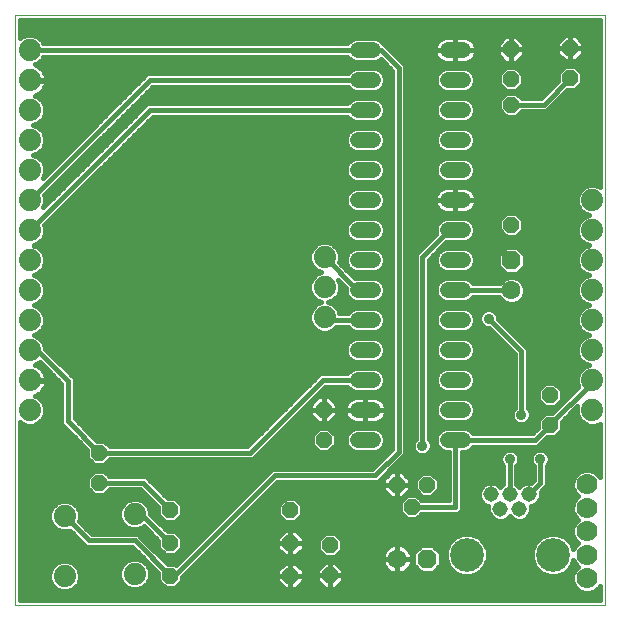
<source format=gtl>
G75*
%MOIN*%
%OFA0B0*%
%FSLAX25Y25*%
%IPPOS*%
%LPD*%
%AMOC8*
5,1,8,0,0,1.08239X$1,22.5*
%
%ADD10C,0.00000*%
%ADD11OC8,0.05200*%
%ADD12OC8,0.06300*%
%ADD13C,0.06300*%
%ADD14C,0.07400*%
%ADD15C,0.05200*%
%ADD16C,0.07000*%
%ADD17C,0.05150*%
%ADD18C,0.11220*%
%ADD19C,0.01600*%
%ADD20C,0.03562*%
D10*
X0011643Y0011643D02*
X0011643Y0208493D01*
X0208493Y0208493D01*
X0208493Y0011643D01*
X0011643Y0011643D01*
D11*
X0039831Y0052509D03*
X0039831Y0062509D03*
X0063493Y0043335D03*
X0063493Y0032312D03*
X0063493Y0021485D03*
X0103493Y0021485D03*
X0103493Y0032312D03*
X0103493Y0043335D03*
X0116721Y0031564D03*
X0116721Y0021564D03*
X0143887Y0044379D03*
X0148887Y0051879D03*
X0138887Y0051879D03*
X0114556Y0066839D03*
X0114556Y0076839D03*
X0177194Y0138493D03*
X0177194Y0178493D03*
X0176957Y0186918D03*
X0176957Y0196918D03*
X0196761Y0197351D03*
X0196761Y0187351D03*
X0189950Y0081761D03*
X0189950Y0071761D03*
D12*
X0149083Y0027076D03*
X0177194Y0126564D03*
D13*
X0177194Y0116564D03*
X0139083Y0027076D03*
D14*
X0204143Y0076643D03*
X0204143Y0086643D03*
X0204143Y0096643D03*
X0204143Y0106643D03*
X0204143Y0116643D03*
X0204143Y0126643D03*
X0204143Y0136643D03*
X0204143Y0146643D03*
X0114910Y0127627D03*
X0114910Y0117627D03*
X0114910Y0107627D03*
X0051643Y0041997D03*
X0051643Y0021997D03*
X0028257Y0021367D03*
X0028257Y0041367D03*
X0016643Y0076643D03*
X0016643Y0086643D03*
X0016643Y0096643D03*
X0016643Y0106643D03*
X0016643Y0116643D03*
X0016643Y0126643D03*
X0016643Y0136643D03*
X0016643Y0146643D03*
X0016564Y0156682D03*
X0016564Y0166682D03*
X0016564Y0176682D03*
X0016564Y0186682D03*
X0016564Y0196682D03*
D15*
X0125932Y0196721D02*
X0131132Y0196721D01*
X0131132Y0186721D02*
X0125932Y0186721D01*
X0125932Y0176721D02*
X0131132Y0176721D01*
X0131132Y0166721D02*
X0125932Y0166721D01*
X0125932Y0156721D02*
X0131132Y0156721D01*
X0131132Y0146721D02*
X0125932Y0146721D01*
X0125932Y0136721D02*
X0131132Y0136721D01*
X0131132Y0126721D02*
X0125932Y0126721D01*
X0125932Y0116721D02*
X0131132Y0116721D01*
X0131132Y0106721D02*
X0125932Y0106721D01*
X0125932Y0096721D02*
X0131132Y0096721D01*
X0131132Y0086721D02*
X0125932Y0086721D01*
X0125932Y0076721D02*
X0131132Y0076721D01*
X0131132Y0066721D02*
X0125932Y0066721D01*
X0155932Y0066721D02*
X0161132Y0066721D01*
X0161132Y0076721D02*
X0155932Y0076721D01*
X0155932Y0086721D02*
X0161132Y0086721D01*
X0161132Y0096721D02*
X0155932Y0096721D01*
X0155932Y0106721D02*
X0161132Y0106721D01*
X0161132Y0116721D02*
X0155932Y0116721D01*
X0155932Y0126721D02*
X0161132Y0126721D01*
X0161132Y0136721D02*
X0155932Y0136721D01*
X0155932Y0146721D02*
X0161132Y0146721D01*
X0161132Y0156721D02*
X0155932Y0156721D01*
X0155932Y0166721D02*
X0161132Y0166721D01*
X0161132Y0176721D02*
X0155932Y0176721D01*
X0155932Y0186721D02*
X0161132Y0186721D01*
X0161132Y0196721D02*
X0155932Y0196721D01*
D16*
X0202430Y0051957D03*
X0202430Y0044123D03*
X0202430Y0036288D03*
X0202430Y0028454D03*
X0202430Y0020619D03*
D17*
X0179792Y0043847D03*
X0176643Y0048572D03*
X0173493Y0043847D03*
X0170343Y0048572D03*
X0182942Y0048572D03*
D18*
X0191013Y0028493D03*
X0162272Y0028493D03*
D19*
X0157887Y0034022D02*
X0119920Y0034022D01*
X0120721Y0033221D02*
X0118378Y0035564D01*
X0115064Y0035564D01*
X0112721Y0033221D01*
X0112721Y0029907D01*
X0115064Y0027564D01*
X0118378Y0027564D01*
X0120721Y0029907D01*
X0120721Y0033221D01*
X0120721Y0032423D02*
X0156313Y0032423D01*
X0156329Y0032464D02*
X0155262Y0029887D01*
X0155262Y0027098D01*
X0156329Y0024522D01*
X0158301Y0022550D01*
X0160878Y0021483D01*
X0163667Y0021483D01*
X0166243Y0022550D01*
X0168215Y0024522D01*
X0169283Y0027098D01*
X0169283Y0029887D01*
X0168215Y0032464D01*
X0166243Y0034436D01*
X0163667Y0035503D01*
X0160878Y0035503D01*
X0158301Y0034436D01*
X0156329Y0032464D01*
X0155650Y0030825D02*
X0151769Y0030825D01*
X0150968Y0031626D02*
X0147199Y0031626D01*
X0144533Y0028960D01*
X0144533Y0025191D01*
X0147199Y0022526D01*
X0150968Y0022526D01*
X0153633Y0025191D01*
X0153633Y0028960D01*
X0150968Y0031626D01*
X0153368Y0029226D02*
X0155262Y0029226D01*
X0155262Y0027628D02*
X0153633Y0027628D01*
X0153633Y0026029D02*
X0155705Y0026029D01*
X0156421Y0024431D02*
X0152873Y0024431D01*
X0151275Y0022832D02*
X0158019Y0022832D01*
X0166526Y0022832D02*
X0186759Y0022832D01*
X0187042Y0022550D02*
X0189618Y0021483D01*
X0192407Y0021483D01*
X0194984Y0022550D01*
X0196956Y0024522D01*
X0197855Y0026694D01*
X0198276Y0025678D01*
X0199418Y0024536D01*
X0198276Y0023395D01*
X0197530Y0021594D01*
X0197530Y0019644D01*
X0198276Y0017843D01*
X0199654Y0016465D01*
X0201455Y0015719D01*
X0203405Y0015719D01*
X0205206Y0016465D01*
X0206584Y0017843D01*
X0206693Y0018106D01*
X0206693Y0013443D01*
X0013443Y0013443D01*
X0013443Y0072630D01*
X0013754Y0072319D01*
X0015628Y0071543D01*
X0017657Y0071543D01*
X0019531Y0072319D01*
X0020966Y0073754D01*
X0021743Y0075628D01*
X0021743Y0077657D01*
X0020966Y0079531D01*
X0019531Y0080966D01*
X0018406Y0081432D01*
X0018754Y0081545D01*
X0019525Y0081938D01*
X0020226Y0082447D01*
X0020838Y0083060D01*
X0021347Y0083760D01*
X0021740Y0084531D01*
X0022007Y0085355D01*
X0022143Y0086210D01*
X0022143Y0086442D01*
X0016843Y0086442D01*
X0016843Y0086843D01*
X0022143Y0086843D01*
X0022143Y0087075D01*
X0022007Y0087930D01*
X0021740Y0088754D01*
X0021347Y0089525D01*
X0020838Y0090226D01*
X0020226Y0090838D01*
X0019525Y0091347D01*
X0018754Y0091740D01*
X0018406Y0091853D01*
X0019531Y0092319D01*
X0019953Y0092740D01*
X0027159Y0085534D01*
X0027159Y0072070D01*
X0028448Y0070781D01*
X0035831Y0063397D01*
X0035831Y0060852D01*
X0038175Y0058509D01*
X0041488Y0058509D01*
X0043288Y0060309D01*
X0090979Y0060309D01*
X0115192Y0084521D01*
X0122514Y0084521D01*
X0122541Y0084455D01*
X0123666Y0083330D01*
X0125137Y0082721D01*
X0131928Y0082721D01*
X0133398Y0083330D01*
X0134523Y0084455D01*
X0135132Y0085926D01*
X0135132Y0087517D01*
X0134523Y0088987D01*
X0133398Y0090112D01*
X0131928Y0090721D01*
X0125137Y0090721D01*
X0123666Y0090112D01*
X0122541Y0088987D01*
X0122514Y0088921D01*
X0113369Y0088921D01*
X0112080Y0087633D01*
X0089156Y0064709D01*
X0043288Y0064709D01*
X0041488Y0066509D01*
X0038943Y0066509D01*
X0031559Y0073892D01*
X0031559Y0087357D01*
X0021743Y0097173D01*
X0021743Y0097657D01*
X0020966Y0099531D01*
X0019531Y0100966D01*
X0017898Y0101643D01*
X0019531Y0102319D01*
X0020966Y0103754D01*
X0021743Y0105628D01*
X0021743Y0107657D01*
X0020966Y0109531D01*
X0019531Y0110966D01*
X0017898Y0111643D01*
X0019531Y0112319D01*
X0020966Y0113754D01*
X0021743Y0115628D01*
X0021743Y0117657D01*
X0020966Y0119531D01*
X0019531Y0120966D01*
X0017898Y0121643D01*
X0019531Y0122319D01*
X0020966Y0123754D01*
X0021743Y0125628D01*
X0021743Y0127657D01*
X0020966Y0129531D01*
X0019531Y0130966D01*
X0017898Y0131643D01*
X0019531Y0132319D01*
X0020966Y0133754D01*
X0021743Y0135628D01*
X0021743Y0137657D01*
X0021457Y0138346D01*
X0057633Y0174521D01*
X0122514Y0174521D01*
X0122541Y0174455D01*
X0123666Y0173330D01*
X0125137Y0172721D01*
X0131928Y0172721D01*
X0133398Y0173330D01*
X0134523Y0174455D01*
X0135132Y0175926D01*
X0135132Y0177517D01*
X0134523Y0178987D01*
X0133398Y0180112D01*
X0131928Y0180721D01*
X0125137Y0180721D01*
X0123666Y0180112D01*
X0122541Y0178987D01*
X0122514Y0178921D01*
X0055810Y0178921D01*
X0021195Y0144306D01*
X0021743Y0145628D01*
X0021743Y0147657D01*
X0021457Y0148346D01*
X0057633Y0184521D01*
X0122514Y0184521D01*
X0122541Y0184455D01*
X0123666Y0183330D01*
X0125137Y0182721D01*
X0131928Y0182721D01*
X0133398Y0183330D01*
X0134523Y0184455D01*
X0135132Y0185926D01*
X0135132Y0187517D01*
X0134523Y0188987D01*
X0133398Y0190112D01*
X0131928Y0190721D01*
X0125137Y0190721D01*
X0123666Y0190112D01*
X0122541Y0188987D01*
X0122514Y0188921D01*
X0055810Y0188921D01*
X0054521Y0187633D01*
X0021033Y0154144D01*
X0021664Y0155667D01*
X0021664Y0157696D01*
X0020887Y0159571D01*
X0019453Y0161005D01*
X0017820Y0161682D01*
X0019453Y0162358D01*
X0020887Y0163793D01*
X0021664Y0165667D01*
X0021664Y0167696D01*
X0020887Y0169571D01*
X0019453Y0171005D01*
X0017820Y0171682D01*
X0019453Y0172358D01*
X0020887Y0173793D01*
X0021664Y0175667D01*
X0021664Y0177696D01*
X0020887Y0179571D01*
X0019453Y0181005D01*
X0018327Y0181472D01*
X0018675Y0181585D01*
X0019446Y0181978D01*
X0020147Y0182487D01*
X0020759Y0183099D01*
X0021268Y0183799D01*
X0021661Y0184571D01*
X0021928Y0185394D01*
X0022064Y0186249D01*
X0022064Y0186482D01*
X0016764Y0186482D01*
X0016764Y0186882D01*
X0022064Y0186882D01*
X0022064Y0187115D01*
X0021928Y0187970D01*
X0021661Y0188793D01*
X0021268Y0189565D01*
X0020759Y0190265D01*
X0020147Y0190877D01*
X0019446Y0191386D01*
X0018675Y0191779D01*
X0018327Y0191892D01*
X0019453Y0192358D01*
X0020887Y0193793D01*
X0021189Y0194521D01*
X0122514Y0194521D01*
X0122541Y0194455D01*
X0123666Y0193330D01*
X0125137Y0192721D01*
X0131928Y0192721D01*
X0133398Y0193330D01*
X0133664Y0193596D01*
X0137395Y0189865D01*
X0137395Y0063735D01*
X0130810Y0057150D01*
X0097345Y0057150D01*
X0065415Y0025219D01*
X0065150Y0025485D01*
X0062604Y0025485D01*
X0053882Y0034207D01*
X0052593Y0035496D01*
X0037239Y0035496D01*
X0033071Y0039664D01*
X0033357Y0040352D01*
X0033357Y0042381D01*
X0032580Y0044256D01*
X0031146Y0045690D01*
X0029271Y0046467D01*
X0027242Y0046467D01*
X0025368Y0045690D01*
X0023933Y0044256D01*
X0023157Y0042381D01*
X0023157Y0040352D01*
X0023933Y0038478D01*
X0025368Y0037043D01*
X0027242Y0036267D01*
X0029271Y0036267D01*
X0029960Y0036552D01*
X0035416Y0031096D01*
X0050771Y0031096D01*
X0059493Y0022374D01*
X0059493Y0019828D01*
X0061836Y0017485D01*
X0065150Y0017485D01*
X0067493Y0019828D01*
X0067493Y0021075D01*
X0099168Y0052750D01*
X0132633Y0052750D01*
X0140507Y0060624D01*
X0141795Y0061912D01*
X0141795Y0191688D01*
X0135850Y0197633D01*
X0134562Y0198921D01*
X0134551Y0198921D01*
X0134523Y0198987D01*
X0133398Y0200112D01*
X0131928Y0200721D01*
X0125137Y0200721D01*
X0123666Y0200112D01*
X0122541Y0198987D01*
X0122514Y0198921D01*
X0021156Y0198921D01*
X0020887Y0199571D01*
X0019453Y0201005D01*
X0017578Y0201782D01*
X0015549Y0201782D01*
X0013675Y0201005D01*
X0013443Y0200773D01*
X0013443Y0206693D01*
X0206693Y0206693D01*
X0206693Y0151106D01*
X0205157Y0151743D01*
X0203128Y0151743D01*
X0201254Y0150966D01*
X0199819Y0149531D01*
X0199043Y0147657D01*
X0199043Y0145628D01*
X0199819Y0143754D01*
X0201254Y0142319D01*
X0202887Y0141643D01*
X0201254Y0140966D01*
X0199819Y0139531D01*
X0199043Y0137657D01*
X0199043Y0135628D01*
X0199819Y0133754D01*
X0201254Y0132319D01*
X0202887Y0131643D01*
X0201254Y0130966D01*
X0199819Y0129531D01*
X0199043Y0127657D01*
X0199043Y0125628D01*
X0199819Y0123754D01*
X0201254Y0122319D01*
X0202887Y0121643D01*
X0201254Y0120966D01*
X0199819Y0119531D01*
X0199043Y0117657D01*
X0199043Y0115628D01*
X0199819Y0113754D01*
X0201254Y0112319D01*
X0202887Y0111643D01*
X0201254Y0110966D01*
X0199819Y0109531D01*
X0199043Y0107657D01*
X0199043Y0105628D01*
X0199819Y0103754D01*
X0201254Y0102319D01*
X0202887Y0101643D01*
X0201254Y0100966D01*
X0199819Y0099531D01*
X0199043Y0097657D01*
X0199043Y0095628D01*
X0199819Y0093754D01*
X0201254Y0092319D01*
X0202887Y0091643D01*
X0201254Y0090966D01*
X0199819Y0089531D01*
X0199043Y0087657D01*
X0199043Y0085628D01*
X0199507Y0084508D01*
X0190760Y0075761D01*
X0188293Y0075761D01*
X0185950Y0073417D01*
X0185950Y0070872D01*
X0183999Y0068921D01*
X0164551Y0068921D01*
X0164523Y0068987D01*
X0163398Y0070112D01*
X0161928Y0070721D01*
X0155137Y0070721D01*
X0153666Y0070112D01*
X0152541Y0068987D01*
X0151932Y0067517D01*
X0151932Y0065926D01*
X0152541Y0064455D01*
X0153666Y0063330D01*
X0155137Y0062721D01*
X0156332Y0062721D01*
X0156332Y0046579D01*
X0147343Y0046579D01*
X0145543Y0048379D01*
X0142230Y0048379D01*
X0139887Y0046036D01*
X0139887Y0042722D01*
X0142230Y0040379D01*
X0145543Y0040379D01*
X0147343Y0042179D01*
X0159444Y0042179D01*
X0160732Y0043467D01*
X0160732Y0062721D01*
X0161928Y0062721D01*
X0163398Y0063330D01*
X0164523Y0064455D01*
X0164551Y0064521D01*
X0185822Y0064521D01*
X0189061Y0067761D01*
X0191606Y0067761D01*
X0193950Y0070104D01*
X0193950Y0072728D01*
X0199159Y0077937D01*
X0199043Y0077657D01*
X0199043Y0075628D01*
X0199819Y0073754D01*
X0201254Y0072319D01*
X0203128Y0071543D01*
X0205157Y0071543D01*
X0206693Y0072179D01*
X0206693Y0054470D01*
X0206584Y0054733D01*
X0205206Y0056111D01*
X0203405Y0056857D01*
X0201455Y0056857D01*
X0199654Y0056111D01*
X0198276Y0054733D01*
X0197530Y0052932D01*
X0197530Y0050983D01*
X0198276Y0049182D01*
X0199418Y0048040D01*
X0198276Y0046898D01*
X0197530Y0045098D01*
X0197530Y0043148D01*
X0198276Y0041347D01*
X0199418Y0040205D01*
X0198276Y0039064D01*
X0197530Y0037263D01*
X0197530Y0035314D01*
X0198276Y0033513D01*
X0199418Y0032371D01*
X0198276Y0031229D01*
X0197871Y0030253D01*
X0196956Y0032464D01*
X0194984Y0034436D01*
X0192407Y0035503D01*
X0189618Y0035503D01*
X0187042Y0034436D01*
X0185070Y0032464D01*
X0184002Y0029887D01*
X0184002Y0027098D01*
X0185070Y0024522D01*
X0187042Y0022550D01*
X0185161Y0024431D02*
X0168124Y0024431D01*
X0168840Y0026029D02*
X0184445Y0026029D01*
X0184002Y0027628D02*
X0169283Y0027628D01*
X0169283Y0029226D02*
X0184002Y0029226D01*
X0184391Y0030825D02*
X0168894Y0030825D01*
X0168232Y0032423D02*
X0185053Y0032423D01*
X0186627Y0034022D02*
X0166658Y0034022D01*
X0171241Y0040478D02*
X0172702Y0039872D01*
X0174284Y0039872D01*
X0175744Y0040478D01*
X0176643Y0041376D01*
X0177541Y0040478D01*
X0179001Y0039872D01*
X0180583Y0039872D01*
X0182044Y0040478D01*
X0183162Y0041596D01*
X0183767Y0043057D01*
X0183767Y0044611D01*
X0185193Y0045202D01*
X0186311Y0046320D01*
X0186917Y0047781D01*
X0186917Y0049362D01*
X0186895Y0049414D01*
X0187751Y0050269D01*
X0189039Y0051558D01*
X0189039Y0058064D01*
X0189536Y0058561D01*
X0190020Y0059730D01*
X0190020Y0060996D01*
X0189536Y0062165D01*
X0188641Y0063060D01*
X0187472Y0063544D01*
X0186207Y0063544D01*
X0185037Y0063060D01*
X0184143Y0062165D01*
X0183658Y0060996D01*
X0183658Y0059730D01*
X0184143Y0058561D01*
X0184639Y0058064D01*
X0184639Y0053381D01*
X0183784Y0052525D01*
X0183732Y0052546D01*
X0182151Y0052546D01*
X0180690Y0051941D01*
X0179792Y0051043D01*
X0178894Y0051941D01*
X0178843Y0051963D01*
X0178843Y0058064D01*
X0179339Y0058561D01*
X0179824Y0059730D01*
X0179824Y0060996D01*
X0179339Y0062165D01*
X0178444Y0063060D01*
X0177275Y0063544D01*
X0176010Y0063544D01*
X0174841Y0063060D01*
X0173946Y0062165D01*
X0173461Y0060996D01*
X0173461Y0059730D01*
X0173946Y0058561D01*
X0174443Y0058064D01*
X0174443Y0051963D01*
X0174391Y0051941D01*
X0173493Y0051043D01*
X0172595Y0051941D01*
X0171134Y0052546D01*
X0169553Y0052546D01*
X0168092Y0051941D01*
X0166974Y0050823D01*
X0166369Y0049362D01*
X0166369Y0047781D01*
X0166974Y0046320D01*
X0168092Y0045202D01*
X0169518Y0044611D01*
X0169518Y0043057D01*
X0170123Y0041596D01*
X0171241Y0040478D01*
X0171391Y0040416D02*
X0145580Y0040416D01*
X0147179Y0042014D02*
X0169950Y0042014D01*
X0169518Y0043613D02*
X0160732Y0043613D01*
X0160732Y0045211D02*
X0168082Y0045211D01*
X0166771Y0046810D02*
X0160732Y0046810D01*
X0160732Y0048408D02*
X0166369Y0048408D01*
X0166635Y0050007D02*
X0160732Y0050007D01*
X0160732Y0051605D02*
X0167756Y0051605D01*
X0172931Y0051605D02*
X0174055Y0051605D01*
X0174443Y0053204D02*
X0160732Y0053204D01*
X0160732Y0054802D02*
X0174443Y0054802D01*
X0174443Y0056401D02*
X0160732Y0056401D01*
X0160732Y0057999D02*
X0174443Y0057999D01*
X0173516Y0059598D02*
X0160732Y0059598D01*
X0160732Y0061196D02*
X0173545Y0061196D01*
X0174576Y0062795D02*
X0162106Y0062795D01*
X0164461Y0064393D02*
X0206693Y0064393D01*
X0206693Y0062795D02*
X0188906Y0062795D01*
X0189937Y0061196D02*
X0206693Y0061196D01*
X0206693Y0059598D02*
X0189966Y0059598D01*
X0189039Y0057999D02*
X0206693Y0057999D01*
X0206693Y0056401D02*
X0204507Y0056401D01*
X0206515Y0054802D02*
X0206693Y0054802D01*
X0200353Y0056401D02*
X0189039Y0056401D01*
X0189039Y0054802D02*
X0198345Y0054802D01*
X0197642Y0053204D02*
X0189039Y0053204D01*
X0189039Y0051605D02*
X0197530Y0051605D01*
X0197934Y0050007D02*
X0187488Y0050007D01*
X0186917Y0048408D02*
X0199049Y0048408D01*
X0198239Y0046810D02*
X0186514Y0046810D01*
X0185203Y0045211D02*
X0197577Y0045211D01*
X0197530Y0043613D02*
X0183767Y0043613D01*
X0183335Y0042014D02*
X0198000Y0042014D01*
X0199207Y0040416D02*
X0181894Y0040416D01*
X0177690Y0040416D02*
X0175595Y0040416D01*
X0176643Y0048572D02*
X0176643Y0060363D01*
X0178843Y0057999D02*
X0184639Y0057999D01*
X0184639Y0056401D02*
X0178843Y0056401D01*
X0178843Y0054802D02*
X0184639Y0054802D01*
X0184463Y0053204D02*
X0178843Y0053204D01*
X0179230Y0051605D02*
X0180354Y0051605D01*
X0182942Y0048572D02*
X0186839Y0052469D01*
X0186839Y0060363D01*
X0183741Y0061196D02*
X0179741Y0061196D01*
X0179769Y0059598D02*
X0183713Y0059598D01*
X0184773Y0062795D02*
X0178709Y0062795D01*
X0184910Y0066721D02*
X0189950Y0071761D01*
X0190776Y0072666D01*
X0202587Y0084477D01*
X0202587Y0086446D01*
X0204143Y0086643D01*
X0199043Y0086773D02*
X0182642Y0086773D01*
X0182642Y0088371D02*
X0199338Y0088371D01*
X0200257Y0089970D02*
X0182642Y0089970D01*
X0182642Y0091568D02*
X0202707Y0091568D01*
X0200406Y0093167D02*
X0182642Y0093167D01*
X0182642Y0094765D02*
X0199400Y0094765D01*
X0199043Y0096364D02*
X0182642Y0096364D01*
X0182642Y0097199D02*
X0172796Y0107045D01*
X0172796Y0107748D01*
X0172312Y0108917D01*
X0171417Y0109812D01*
X0170248Y0110296D01*
X0168982Y0110296D01*
X0167813Y0109812D01*
X0166918Y0108917D01*
X0166434Y0107748D01*
X0166434Y0106482D01*
X0166918Y0105313D01*
X0167813Y0104418D01*
X0168982Y0103934D01*
X0169685Y0103934D01*
X0178242Y0095377D01*
X0178242Y0077426D01*
X0177745Y0076929D01*
X0177261Y0075760D01*
X0177261Y0074494D01*
X0177745Y0073325D01*
X0178640Y0072430D01*
X0179809Y0071946D01*
X0181074Y0071946D01*
X0182244Y0072430D01*
X0183139Y0073325D01*
X0183623Y0074494D01*
X0183623Y0075760D01*
X0183139Y0076929D01*
X0182642Y0077426D01*
X0182642Y0097199D01*
X0181879Y0097962D02*
X0199169Y0097962D01*
X0199848Y0099561D02*
X0180281Y0099561D01*
X0178682Y0101159D02*
X0201720Y0101159D01*
X0200815Y0102758D02*
X0177084Y0102758D01*
X0175485Y0104356D02*
X0199569Y0104356D01*
X0199043Y0105955D02*
X0173886Y0105955D01*
X0172796Y0107553D02*
X0199043Y0107553D01*
X0199662Y0109152D02*
X0172077Y0109152D01*
X0169615Y0107115D02*
X0180442Y0096288D01*
X0180442Y0075127D01*
X0177472Y0073984D02*
X0164052Y0073984D01*
X0164523Y0074455D02*
X0165132Y0075926D01*
X0165132Y0077517D01*
X0164523Y0078987D01*
X0163398Y0080112D01*
X0161928Y0080721D01*
X0155137Y0080721D01*
X0153666Y0080112D01*
X0152541Y0078987D01*
X0151932Y0077517D01*
X0151932Y0075926D01*
X0152541Y0074455D01*
X0153666Y0073330D01*
X0155137Y0072721D01*
X0161928Y0072721D01*
X0163398Y0073330D01*
X0164523Y0074455D01*
X0164990Y0075583D02*
X0177261Y0075583D01*
X0177998Y0077181D02*
X0165132Y0077181D01*
X0164609Y0078780D02*
X0178242Y0078780D01*
X0178242Y0080379D02*
X0162755Y0080379D01*
X0161928Y0082721D02*
X0163398Y0083330D01*
X0164523Y0084455D01*
X0165132Y0085926D01*
X0165132Y0087517D01*
X0164523Y0088987D01*
X0163398Y0090112D01*
X0161928Y0090721D01*
X0155137Y0090721D01*
X0153666Y0090112D01*
X0152541Y0088987D01*
X0151932Y0087517D01*
X0151932Y0085926D01*
X0152541Y0084455D01*
X0153666Y0083330D01*
X0155137Y0082721D01*
X0161928Y0082721D01*
X0163643Y0083576D02*
X0178242Y0083576D01*
X0178242Y0085174D02*
X0164821Y0085174D01*
X0165132Y0086773D02*
X0178242Y0086773D01*
X0178242Y0088371D02*
X0164778Y0088371D01*
X0163541Y0089970D02*
X0178242Y0089970D01*
X0178242Y0091568D02*
X0149669Y0091568D01*
X0149669Y0089970D02*
X0153524Y0089970D01*
X0152286Y0088371D02*
X0149669Y0088371D01*
X0149669Y0086773D02*
X0151932Y0086773D01*
X0152244Y0085174D02*
X0149669Y0085174D01*
X0149669Y0083576D02*
X0153421Y0083576D01*
X0154309Y0080379D02*
X0149669Y0080379D01*
X0149669Y0081977D02*
X0178242Y0081977D01*
X0182642Y0081977D02*
X0185950Y0081977D01*
X0185950Y0083417D02*
X0185950Y0080104D01*
X0188293Y0077761D01*
X0191606Y0077761D01*
X0193950Y0080104D01*
X0193950Y0083417D01*
X0191606Y0085761D01*
X0188293Y0085761D01*
X0185950Y0083417D01*
X0186108Y0083576D02*
X0182642Y0083576D01*
X0182642Y0085174D02*
X0187706Y0085174D01*
X0192193Y0085174D02*
X0199231Y0085174D01*
X0198575Y0083576D02*
X0193792Y0083576D01*
X0193950Y0081977D02*
X0196976Y0081977D01*
X0195377Y0080379D02*
X0193950Y0080379D01*
X0193779Y0078780D02*
X0192626Y0078780D01*
X0192180Y0077181D02*
X0182886Y0077181D01*
X0182642Y0078780D02*
X0187273Y0078780D01*
X0185950Y0080379D02*
X0182642Y0080379D01*
X0183623Y0075583D02*
X0188115Y0075583D01*
X0186517Y0073984D02*
X0183412Y0073984D01*
X0182137Y0072386D02*
X0185950Y0072386D01*
X0185865Y0070787D02*
X0149669Y0070787D01*
X0149669Y0069189D02*
X0152743Y0069189D01*
X0151963Y0067590D02*
X0149669Y0067590D01*
X0149669Y0067091D02*
X0149669Y0126873D01*
X0155518Y0132721D01*
X0161928Y0132721D01*
X0163398Y0133330D01*
X0164523Y0134455D01*
X0165132Y0135926D01*
X0165132Y0137517D01*
X0164523Y0138987D01*
X0163398Y0140112D01*
X0161928Y0140721D01*
X0155137Y0140721D01*
X0153666Y0140112D01*
X0152541Y0138987D01*
X0151932Y0137517D01*
X0151932Y0135926D01*
X0152098Y0135525D01*
X0146558Y0129984D01*
X0145269Y0128696D01*
X0145269Y0067091D01*
X0144772Y0066594D01*
X0144288Y0065425D01*
X0144288Y0064159D01*
X0144772Y0062990D01*
X0145667Y0062095D01*
X0146837Y0061611D01*
X0148102Y0061611D01*
X0149271Y0062095D01*
X0150166Y0062990D01*
X0150650Y0064159D01*
X0150650Y0065425D01*
X0150166Y0066594D01*
X0149669Y0067091D01*
X0150416Y0065992D02*
X0151932Y0065992D01*
X0152603Y0064393D02*
X0150650Y0064393D01*
X0149971Y0062795D02*
X0154959Y0062795D01*
X0156332Y0061196D02*
X0141079Y0061196D01*
X0141795Y0062795D02*
X0144968Y0062795D01*
X0144288Y0064393D02*
X0141795Y0064393D01*
X0141795Y0065992D02*
X0144523Y0065992D01*
X0145269Y0067590D02*
X0141795Y0067590D01*
X0141795Y0069189D02*
X0145269Y0069189D01*
X0145269Y0070787D02*
X0141795Y0070787D01*
X0141795Y0072386D02*
X0145269Y0072386D01*
X0145269Y0073984D02*
X0141795Y0073984D01*
X0141795Y0075583D02*
X0145269Y0075583D01*
X0145269Y0077181D02*
X0141795Y0077181D01*
X0141795Y0078780D02*
X0145269Y0078780D01*
X0145269Y0080379D02*
X0141795Y0080379D01*
X0141795Y0081977D02*
X0145269Y0081977D01*
X0145269Y0083576D02*
X0141795Y0083576D01*
X0141795Y0085174D02*
X0145269Y0085174D01*
X0145269Y0086773D02*
X0141795Y0086773D01*
X0141795Y0088371D02*
X0145269Y0088371D01*
X0145269Y0089970D02*
X0141795Y0089970D01*
X0141795Y0091568D02*
X0145269Y0091568D01*
X0145269Y0093167D02*
X0141795Y0093167D01*
X0141795Y0094765D02*
X0145269Y0094765D01*
X0145269Y0096364D02*
X0141795Y0096364D01*
X0141795Y0097962D02*
X0145269Y0097962D01*
X0145269Y0099561D02*
X0141795Y0099561D01*
X0141795Y0101159D02*
X0145269Y0101159D01*
X0145269Y0102758D02*
X0141795Y0102758D01*
X0141795Y0104356D02*
X0145269Y0104356D01*
X0145269Y0105955D02*
X0141795Y0105955D01*
X0141795Y0107553D02*
X0145269Y0107553D01*
X0145269Y0109152D02*
X0141795Y0109152D01*
X0141795Y0110750D02*
X0145269Y0110750D01*
X0145269Y0112349D02*
X0141795Y0112349D01*
X0141795Y0113947D02*
X0145269Y0113947D01*
X0145269Y0115546D02*
X0141795Y0115546D01*
X0141795Y0117144D02*
X0145269Y0117144D01*
X0145269Y0118743D02*
X0141795Y0118743D01*
X0141795Y0120341D02*
X0145269Y0120341D01*
X0145269Y0121940D02*
X0141795Y0121940D01*
X0141795Y0123538D02*
X0145269Y0123538D01*
X0145269Y0125137D02*
X0141795Y0125137D01*
X0141795Y0126735D02*
X0145269Y0126735D01*
X0145269Y0128334D02*
X0141795Y0128334D01*
X0141795Y0129932D02*
X0146506Y0129932D01*
X0148105Y0131531D02*
X0141795Y0131531D01*
X0141795Y0133129D02*
X0149703Y0133129D01*
X0151302Y0134728D02*
X0141795Y0134728D01*
X0141795Y0136326D02*
X0151932Y0136326D01*
X0152101Y0137925D02*
X0141795Y0137925D01*
X0141795Y0139523D02*
X0153078Y0139523D01*
X0154243Y0142644D02*
X0154902Y0142430D01*
X0155586Y0142321D01*
X0158532Y0142321D01*
X0158532Y0146721D01*
X0158532Y0146721D01*
X0151532Y0146721D01*
X0151532Y0146375D01*
X0151641Y0145691D01*
X0151855Y0145032D01*
X0152169Y0144415D01*
X0152576Y0143855D01*
X0153066Y0143365D01*
X0153626Y0142958D01*
X0154243Y0142644D01*
X0154092Y0142720D02*
X0141795Y0142720D01*
X0141795Y0141122D02*
X0174166Y0141122D01*
X0173194Y0140150D02*
X0173194Y0136836D01*
X0175537Y0134493D01*
X0178851Y0134493D01*
X0181194Y0136836D01*
X0181194Y0140150D01*
X0178851Y0142493D01*
X0175537Y0142493D01*
X0173194Y0140150D01*
X0173194Y0139523D02*
X0163987Y0139523D01*
X0164963Y0137925D02*
X0173194Y0137925D01*
X0173703Y0136326D02*
X0165132Y0136326D01*
X0164636Y0134728D02*
X0175302Y0134728D01*
X0175309Y0131114D02*
X0172644Y0128448D01*
X0172644Y0124679D01*
X0175309Y0122014D01*
X0179078Y0122014D01*
X0181744Y0124679D01*
X0181744Y0128448D01*
X0179078Y0131114D01*
X0175309Y0131114D01*
X0174128Y0129932D02*
X0163578Y0129932D01*
X0163398Y0130112D02*
X0161928Y0130721D01*
X0155137Y0130721D01*
X0153666Y0130112D01*
X0152541Y0128987D01*
X0151932Y0127517D01*
X0151932Y0125926D01*
X0152541Y0124455D01*
X0153666Y0123330D01*
X0155137Y0122721D01*
X0161928Y0122721D01*
X0163398Y0123330D01*
X0164523Y0124455D01*
X0165132Y0125926D01*
X0165132Y0127517D01*
X0164523Y0128987D01*
X0163398Y0130112D01*
X0164794Y0128334D02*
X0172644Y0128334D01*
X0172644Y0126735D02*
X0165132Y0126735D01*
X0164806Y0125137D02*
X0172644Y0125137D01*
X0173784Y0123538D02*
X0163606Y0123538D01*
X0161928Y0120721D02*
X0163398Y0120112D01*
X0164523Y0118987D01*
X0164551Y0118921D01*
X0173245Y0118921D01*
X0173336Y0119141D01*
X0174616Y0120421D01*
X0176289Y0121114D01*
X0178099Y0121114D01*
X0179771Y0120421D01*
X0181051Y0119141D01*
X0181744Y0117469D01*
X0181744Y0115659D01*
X0181051Y0113986D01*
X0179771Y0112706D01*
X0178099Y0112014D01*
X0176289Y0112014D01*
X0174616Y0112706D01*
X0173336Y0113986D01*
X0173115Y0114521D01*
X0164551Y0114521D01*
X0164523Y0114455D01*
X0163398Y0113330D01*
X0161928Y0112721D01*
X0155137Y0112721D01*
X0153666Y0113330D01*
X0152541Y0114455D01*
X0151932Y0115926D01*
X0151932Y0117517D01*
X0152541Y0118987D01*
X0153666Y0120112D01*
X0155137Y0120721D01*
X0161928Y0120721D01*
X0162845Y0120341D02*
X0174537Y0120341D01*
X0177036Y0116721D02*
X0177194Y0116564D01*
X0177036Y0116721D02*
X0158532Y0116721D01*
X0154219Y0120341D02*
X0149669Y0120341D01*
X0149669Y0118743D02*
X0152440Y0118743D01*
X0151932Y0117144D02*
X0149669Y0117144D01*
X0149669Y0115546D02*
X0152090Y0115546D01*
X0153049Y0113947D02*
X0149669Y0113947D01*
X0149669Y0112349D02*
X0175480Y0112349D01*
X0173376Y0113947D02*
X0164015Y0113947D01*
X0161928Y0110721D02*
X0163398Y0110112D01*
X0164523Y0108987D01*
X0165132Y0107517D01*
X0165132Y0105926D01*
X0164523Y0104455D01*
X0163398Y0103330D01*
X0161928Y0102721D01*
X0155137Y0102721D01*
X0153666Y0103330D01*
X0152541Y0104455D01*
X0151932Y0105926D01*
X0151932Y0107517D01*
X0152541Y0108987D01*
X0153666Y0110112D01*
X0155137Y0110721D01*
X0161928Y0110721D01*
X0164359Y0109152D02*
X0167153Y0109152D01*
X0166434Y0107553D02*
X0165117Y0107553D01*
X0165132Y0105955D02*
X0166652Y0105955D01*
X0167963Y0104356D02*
X0164424Y0104356D01*
X0162016Y0102758D02*
X0170861Y0102758D01*
X0172459Y0101159D02*
X0149669Y0101159D01*
X0149669Y0099561D02*
X0153115Y0099561D01*
X0153666Y0100112D02*
X0152541Y0098987D01*
X0151932Y0097517D01*
X0151932Y0095926D01*
X0152541Y0094455D01*
X0153666Y0093330D01*
X0155137Y0092721D01*
X0161928Y0092721D01*
X0163398Y0093330D01*
X0164523Y0094455D01*
X0165132Y0095926D01*
X0165132Y0097517D01*
X0164523Y0098987D01*
X0163398Y0100112D01*
X0161928Y0100721D01*
X0155137Y0100721D01*
X0153666Y0100112D01*
X0152117Y0097962D02*
X0149669Y0097962D01*
X0149669Y0096364D02*
X0151932Y0096364D01*
X0152413Y0094765D02*
X0149669Y0094765D01*
X0149669Y0093167D02*
X0154061Y0093167D01*
X0163003Y0093167D02*
X0178242Y0093167D01*
X0178242Y0094765D02*
X0164652Y0094765D01*
X0165132Y0096364D02*
X0177255Y0096364D01*
X0175657Y0097962D02*
X0164948Y0097962D01*
X0163950Y0099561D02*
X0174058Y0099561D01*
X0178907Y0112349D02*
X0201224Y0112349D01*
X0201038Y0110750D02*
X0149669Y0110750D01*
X0149669Y0109152D02*
X0152706Y0109152D01*
X0151947Y0107553D02*
X0149669Y0107553D01*
X0149669Y0105955D02*
X0151932Y0105955D01*
X0152641Y0104356D02*
X0149669Y0104356D01*
X0149669Y0102758D02*
X0155049Y0102758D01*
X0137395Y0102758D02*
X0132016Y0102758D01*
X0131928Y0102721D02*
X0133398Y0103330D01*
X0134523Y0104455D01*
X0135132Y0105926D01*
X0135132Y0107517D01*
X0134523Y0108987D01*
X0133398Y0110112D01*
X0131928Y0110721D01*
X0125137Y0110721D01*
X0123666Y0110112D01*
X0122541Y0108987D01*
X0122514Y0108921D01*
X0119894Y0108921D01*
X0119234Y0110516D01*
X0117799Y0111950D01*
X0116166Y0112627D01*
X0117799Y0113303D01*
X0119234Y0114738D01*
X0120010Y0116612D01*
X0120010Y0118641D01*
X0119463Y0119963D01*
X0121932Y0117493D01*
X0121932Y0115926D01*
X0122541Y0114455D01*
X0123666Y0113330D01*
X0125137Y0112721D01*
X0131928Y0112721D01*
X0133398Y0113330D01*
X0134523Y0114455D01*
X0135132Y0115926D01*
X0135132Y0117517D01*
X0134523Y0118987D01*
X0133398Y0120112D01*
X0131928Y0120721D01*
X0125137Y0120721D01*
X0124988Y0120660D01*
X0119725Y0125923D01*
X0120010Y0126612D01*
X0120010Y0128641D01*
X0119234Y0130516D01*
X0117799Y0131950D01*
X0115925Y0132727D01*
X0113896Y0132727D01*
X0112021Y0131950D01*
X0110587Y0130516D01*
X0109810Y0128641D01*
X0109810Y0126612D01*
X0110587Y0124738D01*
X0112021Y0123303D01*
X0113654Y0122627D01*
X0112021Y0121950D01*
X0110587Y0120516D01*
X0109810Y0118641D01*
X0109810Y0116612D01*
X0110587Y0114738D01*
X0112021Y0113303D01*
X0113654Y0112627D01*
X0112021Y0111950D01*
X0110587Y0110516D01*
X0109810Y0108641D01*
X0109810Y0106612D01*
X0110587Y0104738D01*
X0112021Y0103303D01*
X0113896Y0102527D01*
X0115925Y0102527D01*
X0117799Y0103303D01*
X0119017Y0104521D01*
X0122514Y0104521D01*
X0122541Y0104455D01*
X0123666Y0103330D01*
X0125137Y0102721D01*
X0131928Y0102721D01*
X0131928Y0100721D02*
X0133398Y0100112D01*
X0134523Y0098987D01*
X0135132Y0097517D01*
X0135132Y0095926D01*
X0134523Y0094455D01*
X0133398Y0093330D01*
X0131928Y0092721D01*
X0125137Y0092721D01*
X0123666Y0093330D01*
X0122541Y0094455D01*
X0121932Y0095926D01*
X0121932Y0097517D01*
X0122541Y0098987D01*
X0123666Y0100112D01*
X0125137Y0100721D01*
X0131928Y0100721D01*
X0133950Y0099561D02*
X0137395Y0099561D01*
X0137395Y0101159D02*
X0019065Y0101159D01*
X0019970Y0102758D02*
X0113338Y0102758D01*
X0110968Y0104356D02*
X0021216Y0104356D01*
X0021743Y0105955D02*
X0110083Y0105955D01*
X0109810Y0107553D02*
X0021743Y0107553D01*
X0021123Y0109152D02*
X0110022Y0109152D01*
X0110821Y0110750D02*
X0019747Y0110750D01*
X0019561Y0112349D02*
X0112983Y0112349D01*
X0111377Y0113947D02*
X0021046Y0113947D01*
X0021708Y0115546D02*
X0110252Y0115546D01*
X0109810Y0117144D02*
X0021743Y0117144D01*
X0021293Y0118743D02*
X0109852Y0118743D01*
X0110514Y0120341D02*
X0020156Y0120341D01*
X0018616Y0121940D02*
X0112011Y0121940D01*
X0111786Y0123538D02*
X0020751Y0123538D01*
X0021539Y0125137D02*
X0110421Y0125137D01*
X0109810Y0126735D02*
X0021743Y0126735D01*
X0021462Y0128334D02*
X0109810Y0128334D01*
X0110345Y0129932D02*
X0020565Y0129932D01*
X0018168Y0131531D02*
X0111602Y0131531D01*
X0114910Y0127627D02*
X0125816Y0116721D01*
X0128532Y0116721D01*
X0132845Y0120341D02*
X0137395Y0120341D01*
X0137395Y0118743D02*
X0134625Y0118743D01*
X0135132Y0117144D02*
X0137395Y0117144D01*
X0137395Y0115546D02*
X0134975Y0115546D01*
X0134015Y0113947D02*
X0137395Y0113947D01*
X0137395Y0112349D02*
X0116837Y0112349D01*
X0118443Y0113947D02*
X0123049Y0113947D01*
X0122090Y0115546D02*
X0119568Y0115546D01*
X0120010Y0117144D02*
X0121932Y0117144D01*
X0120683Y0118743D02*
X0119968Y0118743D01*
X0123708Y0121940D02*
X0137395Y0121940D01*
X0137395Y0123538D02*
X0133606Y0123538D01*
X0133398Y0123330D02*
X0134523Y0124455D01*
X0135132Y0125926D01*
X0135132Y0127517D01*
X0134523Y0128987D01*
X0133398Y0130112D01*
X0131928Y0130721D01*
X0125137Y0130721D01*
X0123666Y0130112D01*
X0122541Y0128987D01*
X0121932Y0127517D01*
X0121932Y0125926D01*
X0122541Y0124455D01*
X0123666Y0123330D01*
X0125137Y0122721D01*
X0131928Y0122721D01*
X0133398Y0123330D01*
X0134806Y0125137D02*
X0137395Y0125137D01*
X0137395Y0126735D02*
X0135132Y0126735D01*
X0134794Y0128334D02*
X0137395Y0128334D01*
X0137395Y0129932D02*
X0133578Y0129932D01*
X0131928Y0132721D02*
X0133398Y0133330D01*
X0134523Y0134455D01*
X0135132Y0135926D01*
X0135132Y0137517D01*
X0134523Y0138987D01*
X0133398Y0140112D01*
X0131928Y0140721D01*
X0125137Y0140721D01*
X0123666Y0140112D01*
X0122541Y0138987D01*
X0121932Y0137517D01*
X0121932Y0135926D01*
X0122541Y0134455D01*
X0123666Y0133330D01*
X0125137Y0132721D01*
X0131928Y0132721D01*
X0132913Y0133129D02*
X0137395Y0133129D01*
X0137395Y0131531D02*
X0118219Y0131531D01*
X0119475Y0129932D02*
X0123487Y0129932D01*
X0122271Y0128334D02*
X0120010Y0128334D01*
X0120010Y0126735D02*
X0121932Y0126735D01*
X0122259Y0125137D02*
X0120511Y0125137D01*
X0122110Y0123538D02*
X0123458Y0123538D01*
X0124151Y0133129D02*
X0020342Y0133129D01*
X0021370Y0134728D02*
X0122428Y0134728D01*
X0121932Y0136326D02*
X0021743Y0136326D01*
X0021632Y0137925D02*
X0122101Y0137925D01*
X0123078Y0139523D02*
X0022635Y0139523D01*
X0024233Y0141122D02*
X0137395Y0141122D01*
X0137395Y0142720D02*
X0025832Y0142720D01*
X0027430Y0144319D02*
X0122678Y0144319D01*
X0122541Y0144455D02*
X0123666Y0143330D01*
X0125137Y0142721D01*
X0131928Y0142721D01*
X0133398Y0143330D01*
X0134523Y0144455D01*
X0135132Y0145926D01*
X0135132Y0147517D01*
X0134523Y0148987D01*
X0133398Y0150112D01*
X0131928Y0150721D01*
X0125137Y0150721D01*
X0123666Y0150112D01*
X0122541Y0148987D01*
X0121932Y0147517D01*
X0121932Y0145926D01*
X0122541Y0144455D01*
X0121936Y0145917D02*
X0029029Y0145917D01*
X0030627Y0147516D02*
X0121932Y0147516D01*
X0122669Y0149114D02*
X0032226Y0149114D01*
X0033824Y0150713D02*
X0125117Y0150713D01*
X0125137Y0152721D02*
X0123666Y0153330D01*
X0122541Y0154455D01*
X0121932Y0155926D01*
X0121932Y0157517D01*
X0122541Y0158987D01*
X0123666Y0160112D01*
X0125137Y0160721D01*
X0131928Y0160721D01*
X0133398Y0160112D01*
X0134523Y0158987D01*
X0135132Y0157517D01*
X0135132Y0155926D01*
X0134523Y0154455D01*
X0133398Y0153330D01*
X0131928Y0152721D01*
X0125137Y0152721D01*
X0123087Y0153910D02*
X0037021Y0153910D01*
X0035423Y0152312D02*
X0137395Y0152312D01*
X0137395Y0153910D02*
X0133978Y0153910D01*
X0134960Y0155509D02*
X0137395Y0155509D01*
X0137395Y0157107D02*
X0135132Y0157107D01*
X0134640Y0158706D02*
X0137395Y0158706D01*
X0137395Y0160304D02*
X0132935Y0160304D01*
X0131928Y0162721D02*
X0133398Y0163330D01*
X0134523Y0164455D01*
X0135132Y0165926D01*
X0135132Y0167517D01*
X0134523Y0168987D01*
X0133398Y0170112D01*
X0131928Y0170721D01*
X0125137Y0170721D01*
X0123666Y0170112D01*
X0122541Y0168987D01*
X0121932Y0167517D01*
X0121932Y0165926D01*
X0122541Y0164455D01*
X0123666Y0163330D01*
X0125137Y0162721D01*
X0131928Y0162721D01*
X0133569Y0163501D02*
X0137395Y0163501D01*
X0137395Y0161903D02*
X0045014Y0161903D01*
X0046612Y0163501D02*
X0123496Y0163501D01*
X0122274Y0165100D02*
X0048211Y0165100D01*
X0049809Y0166698D02*
X0121932Y0166698D01*
X0122255Y0168297D02*
X0051408Y0168297D01*
X0053006Y0169895D02*
X0123449Y0169895D01*
X0124241Y0173092D02*
X0056203Y0173092D01*
X0054605Y0171494D02*
X0137395Y0171494D01*
X0137395Y0173092D02*
X0132823Y0173092D01*
X0134621Y0174691D02*
X0137395Y0174691D01*
X0137395Y0176289D02*
X0135132Y0176289D01*
X0134979Y0177888D02*
X0137395Y0177888D01*
X0137395Y0179486D02*
X0134024Y0179486D01*
X0137395Y0181085D02*
X0054196Y0181085D01*
X0055795Y0182683D02*
X0137395Y0182683D01*
X0137395Y0184282D02*
X0134350Y0184282D01*
X0135113Y0185880D02*
X0137395Y0185880D01*
X0137395Y0187479D02*
X0135132Y0187479D01*
X0134433Y0189077D02*
X0137395Y0189077D01*
X0136585Y0190676D02*
X0132038Y0190676D01*
X0134986Y0192274D02*
X0019250Y0192274D01*
X0020348Y0190676D02*
X0125027Y0190676D01*
X0122631Y0189077D02*
X0021516Y0189077D01*
X0022006Y0187479D02*
X0054368Y0187479D01*
X0052769Y0185880D02*
X0022005Y0185880D01*
X0021514Y0184282D02*
X0051170Y0184282D01*
X0049572Y0182683D02*
X0020343Y0182683D01*
X0019261Y0181085D02*
X0047973Y0181085D01*
X0046375Y0179486D02*
X0020922Y0179486D01*
X0021585Y0177888D02*
X0044776Y0177888D01*
X0043178Y0176289D02*
X0021664Y0176289D01*
X0021259Y0174691D02*
X0041579Y0174691D01*
X0039981Y0173092D02*
X0020187Y0173092D01*
X0018274Y0171494D02*
X0038382Y0171494D01*
X0036784Y0169895D02*
X0020563Y0169895D01*
X0021415Y0168297D02*
X0035185Y0168297D01*
X0033587Y0166698D02*
X0021664Y0166698D01*
X0021429Y0165100D02*
X0031988Y0165100D01*
X0030390Y0163501D02*
X0020595Y0163501D01*
X0018352Y0161903D02*
X0028791Y0161903D01*
X0027193Y0160304D02*
X0020154Y0160304D01*
X0021246Y0158706D02*
X0025594Y0158706D01*
X0023996Y0157107D02*
X0021664Y0157107D01*
X0021598Y0155509D02*
X0022397Y0155509D01*
X0025423Y0152312D02*
X0029200Y0152312D01*
X0030799Y0153910D02*
X0027021Y0153910D01*
X0028620Y0155509D02*
X0032397Y0155509D01*
X0033996Y0157107D02*
X0030218Y0157107D01*
X0031817Y0158706D02*
X0035594Y0158706D01*
X0037193Y0160304D02*
X0033415Y0160304D01*
X0035014Y0161903D02*
X0038791Y0161903D01*
X0040390Y0163501D02*
X0036612Y0163501D01*
X0038211Y0165100D02*
X0041988Y0165100D01*
X0043587Y0166698D02*
X0039809Y0166698D01*
X0041408Y0168297D02*
X0045185Y0168297D01*
X0046784Y0169895D02*
X0043006Y0169895D01*
X0044605Y0171494D02*
X0048382Y0171494D01*
X0049981Y0173092D02*
X0046203Y0173092D01*
X0047802Y0174691D02*
X0051579Y0174691D01*
X0053178Y0176289D02*
X0049400Y0176289D01*
X0050999Y0177888D02*
X0054776Y0177888D01*
X0056721Y0176721D02*
X0016643Y0136643D01*
X0021200Y0144319D02*
X0021208Y0144319D01*
X0021743Y0145917D02*
X0022806Y0145917D01*
X0021743Y0147516D02*
X0024405Y0147516D01*
X0026003Y0149114D02*
X0022226Y0149114D01*
X0023824Y0150713D02*
X0027602Y0150713D01*
X0016643Y0146643D02*
X0056721Y0186721D01*
X0128532Y0186721D01*
X0122715Y0184282D02*
X0057393Y0184282D01*
X0052597Y0179486D02*
X0123040Y0179486D01*
X0128532Y0176721D02*
X0056721Y0176721D01*
X0043415Y0160304D02*
X0124129Y0160304D01*
X0122425Y0158706D02*
X0041817Y0158706D01*
X0040218Y0157107D02*
X0121932Y0157107D01*
X0122105Y0155509D02*
X0038620Y0155509D01*
X0020920Y0193873D02*
X0123124Y0193873D01*
X0128532Y0196682D02*
X0128532Y0196721D01*
X0016603Y0196721D01*
X0016564Y0196682D01*
X0020191Y0200267D02*
X0124040Y0200267D01*
X0128532Y0196721D02*
X0133650Y0196721D01*
X0139595Y0190776D01*
X0139595Y0062824D01*
X0131721Y0054950D01*
X0098257Y0054950D01*
X0064792Y0021485D01*
X0063493Y0021485D01*
X0051682Y0033296D01*
X0036328Y0033296D01*
X0028257Y0041367D01*
X0024889Y0045211D02*
X0013443Y0045211D01*
X0013443Y0043613D02*
X0023667Y0043613D01*
X0023157Y0042014D02*
X0013443Y0042014D01*
X0013443Y0040416D02*
X0023157Y0040416D01*
X0023793Y0038817D02*
X0013443Y0038817D01*
X0013443Y0037219D02*
X0025192Y0037219D01*
X0030892Y0035620D02*
X0013443Y0035620D01*
X0013443Y0034022D02*
X0032491Y0034022D01*
X0034089Y0032423D02*
X0013443Y0032423D01*
X0013443Y0030825D02*
X0051042Y0030825D01*
X0052641Y0029226D02*
X0013443Y0029226D01*
X0013443Y0027628D02*
X0054239Y0027628D01*
X0054531Y0026320D02*
X0052657Y0027097D01*
X0050628Y0027097D01*
X0048754Y0026320D01*
X0047319Y0024886D01*
X0046543Y0023011D01*
X0046543Y0020982D01*
X0047319Y0019108D01*
X0048754Y0017673D01*
X0050628Y0016897D01*
X0052657Y0016897D01*
X0054531Y0017673D01*
X0055966Y0019108D01*
X0056743Y0020982D01*
X0056743Y0023011D01*
X0055966Y0024886D01*
X0054531Y0026320D01*
X0054823Y0026029D02*
X0055838Y0026029D01*
X0056155Y0024431D02*
X0057436Y0024431D01*
X0056743Y0022832D02*
X0059035Y0022832D01*
X0059493Y0021234D02*
X0056743Y0021234D01*
X0056184Y0019635D02*
X0059686Y0019635D01*
X0061285Y0018037D02*
X0054895Y0018037D01*
X0048390Y0018037D02*
X0032139Y0018037D01*
X0032580Y0018478D02*
X0033357Y0020352D01*
X0033357Y0022381D01*
X0032580Y0024256D01*
X0031146Y0025690D01*
X0029271Y0026467D01*
X0027242Y0026467D01*
X0025368Y0025690D01*
X0023933Y0024256D01*
X0023157Y0022381D01*
X0023157Y0020352D01*
X0023933Y0018478D01*
X0025368Y0017043D01*
X0027242Y0016267D01*
X0029271Y0016267D01*
X0031146Y0017043D01*
X0032580Y0018478D01*
X0033060Y0019635D02*
X0047101Y0019635D01*
X0046543Y0021234D02*
X0033357Y0021234D01*
X0033170Y0022832D02*
X0046543Y0022832D01*
X0047130Y0024431D02*
X0032405Y0024431D01*
X0030328Y0026029D02*
X0048462Y0026029D01*
X0055666Y0032423D02*
X0059493Y0032423D01*
X0059493Y0033201D02*
X0059493Y0030655D01*
X0061836Y0028312D01*
X0065150Y0028312D01*
X0067493Y0030655D01*
X0067493Y0033969D01*
X0065150Y0036312D01*
X0062604Y0036312D01*
X0056743Y0042173D01*
X0056743Y0043011D01*
X0055966Y0044886D01*
X0054531Y0046320D01*
X0052657Y0047097D01*
X0050628Y0047097D01*
X0048754Y0046320D01*
X0047319Y0044886D01*
X0046543Y0043011D01*
X0046543Y0040982D01*
X0047319Y0039108D01*
X0048754Y0037673D01*
X0050628Y0036897D01*
X0052657Y0036897D01*
X0054531Y0037673D01*
X0054776Y0037918D01*
X0059493Y0033201D01*
X0058672Y0034022D02*
X0054068Y0034022D01*
X0053434Y0037219D02*
X0055475Y0037219D01*
X0057073Y0035620D02*
X0037115Y0035620D01*
X0035516Y0037219D02*
X0049851Y0037219D01*
X0047610Y0038817D02*
X0033918Y0038817D01*
X0033357Y0040416D02*
X0046777Y0040416D01*
X0046543Y0042014D02*
X0033357Y0042014D01*
X0032847Y0043613D02*
X0046792Y0043613D01*
X0047644Y0045211D02*
X0031625Y0045211D01*
X0036677Y0050007D02*
X0013443Y0050007D01*
X0013443Y0051605D02*
X0035831Y0051605D01*
X0035831Y0050852D02*
X0038175Y0048509D01*
X0041488Y0048509D01*
X0043288Y0050309D01*
X0053408Y0050309D01*
X0059493Y0044224D01*
X0059493Y0041679D01*
X0061836Y0039335D01*
X0065150Y0039335D01*
X0067493Y0041679D01*
X0067493Y0044992D01*
X0065150Y0047335D01*
X0062604Y0047335D01*
X0055231Y0054709D01*
X0043288Y0054709D01*
X0041488Y0056509D01*
X0038175Y0056509D01*
X0035831Y0054166D01*
X0035831Y0050852D01*
X0035831Y0053204D02*
X0013443Y0053204D01*
X0013443Y0054802D02*
X0036468Y0054802D01*
X0038067Y0056401D02*
X0013443Y0056401D01*
X0013443Y0057999D02*
X0131660Y0057999D01*
X0133258Y0059598D02*
X0042578Y0059598D01*
X0041596Y0056401D02*
X0096597Y0056401D01*
X0094998Y0054802D02*
X0043195Y0054802D01*
X0039831Y0052509D02*
X0054320Y0052509D01*
X0063493Y0043335D01*
X0067493Y0043613D02*
X0083809Y0043613D01*
X0085407Y0045211D02*
X0067274Y0045211D01*
X0065675Y0046810D02*
X0087006Y0046810D01*
X0088604Y0048408D02*
X0061531Y0048408D01*
X0059933Y0050007D02*
X0090203Y0050007D01*
X0091801Y0051605D02*
X0058334Y0051605D01*
X0056736Y0053204D02*
X0093400Y0053204D01*
X0096425Y0050007D02*
X0134536Y0050007D01*
X0134487Y0050056D02*
X0137064Y0047479D01*
X0138887Y0047479D01*
X0140709Y0047479D01*
X0143287Y0050056D01*
X0143287Y0051879D01*
X0143287Y0053701D01*
X0140709Y0056279D01*
X0138887Y0056279D01*
X0138887Y0051879D01*
X0143287Y0051879D01*
X0138887Y0051879D01*
X0138887Y0051879D01*
X0138887Y0051879D01*
X0138887Y0056279D01*
X0137064Y0056279D01*
X0134487Y0053701D01*
X0134487Y0051879D01*
X0138886Y0051879D01*
X0138886Y0051879D01*
X0134487Y0051879D01*
X0134487Y0050056D01*
X0134487Y0051605D02*
X0098024Y0051605D01*
X0094827Y0048408D02*
X0136135Y0048408D01*
X0138887Y0048408D02*
X0138887Y0048408D01*
X0138887Y0047479D02*
X0138887Y0051879D01*
X0138887Y0051879D01*
X0138887Y0047479D01*
X0140661Y0046810D02*
X0105675Y0046810D01*
X0105150Y0047335D02*
X0101836Y0047335D01*
X0099493Y0044992D01*
X0099493Y0041679D01*
X0101836Y0039335D01*
X0105150Y0039335D01*
X0107493Y0041679D01*
X0107493Y0044992D01*
X0105150Y0047335D01*
X0107274Y0045211D02*
X0139887Y0045211D01*
X0139887Y0043613D02*
X0107493Y0043613D01*
X0107493Y0042014D02*
X0140594Y0042014D01*
X0142193Y0040416D02*
X0106230Y0040416D01*
X0105315Y0036712D02*
X0103493Y0036712D01*
X0103493Y0032312D01*
X0103493Y0032312D01*
X0107893Y0032312D01*
X0107893Y0034134D01*
X0105315Y0036712D01*
X0106407Y0035620D02*
X0197530Y0035620D01*
X0197530Y0037219D02*
X0083637Y0037219D01*
X0085236Y0038817D02*
X0198174Y0038817D01*
X0198065Y0034022D02*
X0195398Y0034022D01*
X0196972Y0032423D02*
X0199365Y0032423D01*
X0198108Y0030825D02*
X0197635Y0030825D01*
X0197580Y0026029D02*
X0198130Y0026029D01*
X0199312Y0024431D02*
X0196864Y0024431D01*
X0198043Y0022832D02*
X0195266Y0022832D01*
X0197530Y0021234D02*
X0121121Y0021234D01*
X0121121Y0021564D02*
X0116721Y0021564D01*
X0116721Y0021564D01*
X0112321Y0021564D01*
X0112321Y0023386D01*
X0114899Y0025964D01*
X0116721Y0025964D01*
X0116721Y0021564D01*
X0116721Y0021564D01*
X0112321Y0021564D01*
X0112321Y0019741D01*
X0114899Y0017164D01*
X0116721Y0017164D01*
X0116721Y0021564D01*
X0116721Y0025964D01*
X0118544Y0025964D01*
X0121121Y0023386D01*
X0121121Y0021564D01*
X0116721Y0021564D01*
X0116721Y0021564D01*
X0116721Y0021564D01*
X0116721Y0017164D01*
X0118544Y0017164D01*
X0121121Y0019741D01*
X0121121Y0021564D01*
X0121121Y0022832D02*
X0136508Y0022832D01*
X0136489Y0022842D02*
X0137183Y0022488D01*
X0137924Y0022247D01*
X0138694Y0022126D01*
X0139083Y0022126D01*
X0139083Y0027075D01*
X0139084Y0027075D01*
X0139084Y0027076D02*
X0139084Y0027076D01*
X0144033Y0027076D01*
X0144033Y0027465D01*
X0143912Y0028235D01*
X0143671Y0028976D01*
X0143317Y0029670D01*
X0142859Y0030300D01*
X0142308Y0030851D01*
X0141678Y0031309D01*
X0140984Y0031663D01*
X0140243Y0031904D01*
X0139473Y0032026D01*
X0139084Y0032026D01*
X0139084Y0027076D01*
X0139083Y0027076D01*
X0139083Y0027076D01*
X0134133Y0027076D01*
X0134133Y0027465D01*
X0134255Y0028235D01*
X0134496Y0028976D01*
X0134850Y0029670D01*
X0135308Y0030300D01*
X0135859Y0030851D01*
X0136489Y0031309D01*
X0137183Y0031663D01*
X0137924Y0031904D01*
X0138694Y0032026D01*
X0139083Y0032026D01*
X0139083Y0027076D01*
X0134133Y0027076D01*
X0134133Y0026686D01*
X0134255Y0025916D01*
X0134496Y0025175D01*
X0134850Y0024481D01*
X0135308Y0023851D01*
X0135859Y0023300D01*
X0136489Y0022842D01*
X0134887Y0024431D02*
X0120077Y0024431D01*
X0118442Y0027628D02*
X0134159Y0027628D01*
X0134238Y0026029D02*
X0072447Y0026029D01*
X0070849Y0024431D02*
X0100216Y0024431D01*
X0099093Y0023308D02*
X0099093Y0021485D01*
X0099093Y0019663D01*
X0101670Y0017085D01*
X0103493Y0017085D01*
X0105315Y0017085D01*
X0107893Y0019663D01*
X0107893Y0021485D01*
X0103493Y0021485D01*
X0103493Y0021485D01*
X0107893Y0021485D01*
X0107893Y0023308D01*
X0105315Y0025885D01*
X0103493Y0025885D01*
X0103493Y0021485D01*
X0103493Y0017085D01*
X0103493Y0021485D01*
X0103493Y0021485D01*
X0103493Y0021485D01*
X0099093Y0021485D01*
X0103493Y0021485D01*
X0103493Y0021485D01*
X0103493Y0025885D01*
X0101670Y0025885D01*
X0099093Y0023308D01*
X0099093Y0022832D02*
X0069250Y0022832D01*
X0067652Y0021234D02*
X0099093Y0021234D01*
X0099120Y0019635D02*
X0067300Y0019635D01*
X0065701Y0018037D02*
X0100719Y0018037D01*
X0103493Y0018037D02*
X0103493Y0018037D01*
X0103493Y0019635D02*
X0103493Y0019635D01*
X0103493Y0021234D02*
X0103493Y0021234D01*
X0103493Y0022832D02*
X0103493Y0022832D01*
X0103493Y0024431D02*
X0103493Y0024431D01*
X0106770Y0024431D02*
X0113366Y0024431D01*
X0112321Y0022832D02*
X0107893Y0022832D01*
X0107893Y0021234D02*
X0112321Y0021234D01*
X0112427Y0019635D02*
X0107865Y0019635D01*
X0106267Y0018037D02*
X0114026Y0018037D01*
X0116721Y0018037D02*
X0116721Y0018037D01*
X0116721Y0019635D02*
X0116721Y0019635D01*
X0116721Y0021234D02*
X0116721Y0021234D01*
X0116721Y0022832D02*
X0116721Y0022832D01*
X0116721Y0024431D02*
X0116721Y0024431D01*
X0115001Y0027628D02*
X0074046Y0027628D01*
X0075645Y0029226D02*
X0100356Y0029226D01*
X0099093Y0030489D02*
X0101670Y0027912D01*
X0103493Y0027912D01*
X0105315Y0027912D01*
X0107893Y0030489D01*
X0107893Y0032312D01*
X0103493Y0032312D01*
X0103493Y0032312D01*
X0103493Y0036712D01*
X0101670Y0036712D01*
X0099093Y0034134D01*
X0099093Y0032312D01*
X0103493Y0032312D01*
X0103493Y0032312D01*
X0103493Y0027912D01*
X0103493Y0032312D01*
X0103493Y0032312D01*
X0099093Y0032312D01*
X0099093Y0030489D01*
X0099093Y0030825D02*
X0077243Y0030825D01*
X0078842Y0032423D02*
X0099093Y0032423D01*
X0099093Y0034022D02*
X0080440Y0034022D01*
X0082039Y0035620D02*
X0100579Y0035620D01*
X0103493Y0035620D02*
X0103493Y0035620D01*
X0103493Y0034022D02*
X0103493Y0034022D01*
X0103493Y0032423D02*
X0103493Y0032423D01*
X0103493Y0030825D02*
X0103493Y0030825D01*
X0103493Y0029226D02*
X0103493Y0029226D01*
X0106630Y0029226D02*
X0113402Y0029226D01*
X0112721Y0030825D02*
X0107893Y0030825D01*
X0107893Y0032423D02*
X0112721Y0032423D01*
X0113522Y0034022D02*
X0107893Y0034022D01*
X0100756Y0040416D02*
X0086834Y0040416D01*
X0088433Y0042014D02*
X0099493Y0042014D01*
X0099493Y0043613D02*
X0090031Y0043613D01*
X0091630Y0045211D02*
X0099712Y0045211D01*
X0101310Y0046810D02*
X0093228Y0046810D01*
X0082210Y0042014D02*
X0067493Y0042014D01*
X0066230Y0040416D02*
X0080612Y0040416D01*
X0079013Y0038817D02*
X0060099Y0038817D01*
X0060756Y0040416D02*
X0058500Y0040416D01*
X0059493Y0042014D02*
X0056902Y0042014D01*
X0056493Y0043613D02*
X0059493Y0043613D01*
X0058506Y0045211D02*
X0055641Y0045211D01*
X0056907Y0046810D02*
X0053350Y0046810D01*
X0055309Y0048408D02*
X0013443Y0048408D01*
X0013443Y0046810D02*
X0049935Y0046810D01*
X0053710Y0050007D02*
X0042986Y0050007D01*
X0037085Y0059598D02*
X0013443Y0059598D01*
X0013443Y0061196D02*
X0035831Y0061196D01*
X0035831Y0062795D02*
X0013443Y0062795D01*
X0013443Y0064393D02*
X0034835Y0064393D01*
X0033237Y0065992D02*
X0013443Y0065992D01*
X0013443Y0067590D02*
X0031638Y0067590D01*
X0030040Y0069189D02*
X0013443Y0069189D01*
X0013443Y0070787D02*
X0028441Y0070787D01*
X0027159Y0072386D02*
X0019598Y0072386D01*
X0021062Y0073984D02*
X0027159Y0073984D01*
X0027159Y0075583D02*
X0021724Y0075583D01*
X0021743Y0077181D02*
X0027159Y0077181D01*
X0027159Y0078780D02*
X0021277Y0078780D01*
X0020119Y0080379D02*
X0027159Y0080379D01*
X0027159Y0081977D02*
X0019578Y0081977D01*
X0021213Y0083576D02*
X0027159Y0083576D01*
X0027159Y0085174D02*
X0021948Y0085174D01*
X0021864Y0088371D02*
X0024322Y0088371D01*
X0022724Y0089970D02*
X0021024Y0089970D01*
X0021125Y0091568D02*
X0019090Y0091568D01*
X0019162Y0096643D02*
X0016643Y0096643D01*
X0019162Y0096643D02*
X0029359Y0086446D01*
X0029359Y0072981D01*
X0039831Y0062509D01*
X0090068Y0062509D01*
X0114280Y0086721D01*
X0128532Y0086721D01*
X0123524Y0089970D02*
X0028946Y0089970D01*
X0027348Y0091568D02*
X0137395Y0091568D01*
X0137395Y0089970D02*
X0133541Y0089970D01*
X0134778Y0088371D02*
X0137395Y0088371D01*
X0137395Y0086773D02*
X0135132Y0086773D01*
X0134821Y0085174D02*
X0137395Y0085174D01*
X0137395Y0083576D02*
X0133643Y0083576D01*
X0132821Y0080799D02*
X0132163Y0081013D01*
X0131479Y0081121D01*
X0128532Y0081121D01*
X0125586Y0081121D01*
X0124902Y0081013D01*
X0124243Y0080799D01*
X0123626Y0080484D01*
X0123066Y0080077D01*
X0122576Y0079588D01*
X0122169Y0079027D01*
X0121855Y0078410D01*
X0121641Y0077752D01*
X0121532Y0077068D01*
X0121532Y0076721D01*
X0121532Y0076375D01*
X0121641Y0075691D01*
X0121855Y0075032D01*
X0122169Y0074415D01*
X0122576Y0073855D01*
X0123066Y0073365D01*
X0123626Y0072958D01*
X0124243Y0072644D01*
X0124902Y0072430D01*
X0125586Y0072321D01*
X0128532Y0072321D01*
X0128532Y0076721D01*
X0128532Y0076721D01*
X0121532Y0076721D01*
X0128532Y0076721D01*
X0128532Y0076721D01*
X0128532Y0072321D01*
X0131479Y0072321D01*
X0132163Y0072430D01*
X0132821Y0072644D01*
X0133438Y0072958D01*
X0133999Y0073365D01*
X0134488Y0073855D01*
X0134895Y0074415D01*
X0135210Y0075032D01*
X0135424Y0075691D01*
X0135532Y0076375D01*
X0135532Y0076721D01*
X0128532Y0076721D01*
X0128532Y0081121D01*
X0128532Y0076721D01*
X0128532Y0076721D01*
X0128532Y0076721D01*
X0135532Y0076721D01*
X0135532Y0077068D01*
X0135424Y0077752D01*
X0135210Y0078410D01*
X0134895Y0079027D01*
X0134488Y0079588D01*
X0133999Y0080077D01*
X0133438Y0080484D01*
X0132821Y0080799D01*
X0133584Y0080379D02*
X0137395Y0080379D01*
X0137395Y0081977D02*
X0112647Y0081977D01*
X0112733Y0081239D02*
X0110156Y0078662D01*
X0110156Y0076839D01*
X0110156Y0075017D01*
X0112733Y0072439D01*
X0114556Y0072439D01*
X0116378Y0072439D01*
X0118956Y0075017D01*
X0118956Y0076839D01*
X0114556Y0076839D01*
X0114556Y0072439D01*
X0114556Y0076839D01*
X0114556Y0076839D01*
X0114556Y0076839D01*
X0110156Y0076839D01*
X0114556Y0076839D01*
X0114556Y0076839D01*
X0118956Y0076839D01*
X0118956Y0078662D01*
X0116378Y0081239D01*
X0114556Y0081239D01*
X0114556Y0076839D01*
X0114556Y0076839D01*
X0114556Y0081239D01*
X0112733Y0081239D01*
X0111873Y0080379D02*
X0111049Y0080379D01*
X0110274Y0078780D02*
X0109450Y0078780D01*
X0110156Y0077181D02*
X0107852Y0077181D01*
X0106253Y0075583D02*
X0110156Y0075583D01*
X0111188Y0073984D02*
X0104655Y0073984D01*
X0103056Y0072386D02*
X0125178Y0072386D01*
X0125137Y0070721D02*
X0123666Y0070112D01*
X0122541Y0068987D01*
X0121932Y0067517D01*
X0121932Y0065926D01*
X0122541Y0064455D01*
X0123666Y0063330D01*
X0125137Y0062721D01*
X0131928Y0062721D01*
X0133398Y0063330D01*
X0134523Y0064455D01*
X0135132Y0065926D01*
X0135132Y0067517D01*
X0134523Y0068987D01*
X0133398Y0070112D01*
X0131928Y0070721D01*
X0125137Y0070721D01*
X0122743Y0069189D02*
X0117863Y0069189D01*
X0118556Y0068496D02*
X0116213Y0070839D01*
X0112899Y0070839D01*
X0110556Y0068496D01*
X0110556Y0065183D01*
X0112899Y0062839D01*
X0116213Y0062839D01*
X0118556Y0065183D01*
X0118556Y0068496D01*
X0118556Y0067590D02*
X0121963Y0067590D01*
X0121932Y0065992D02*
X0118556Y0065992D01*
X0117767Y0064393D02*
X0122603Y0064393D01*
X0124959Y0062795D02*
X0093465Y0062795D01*
X0091867Y0061196D02*
X0134857Y0061196D01*
X0136455Y0062795D02*
X0132106Y0062795D01*
X0134461Y0064393D02*
X0137395Y0064393D01*
X0137395Y0065992D02*
X0135132Y0065992D01*
X0135102Y0067590D02*
X0137395Y0067590D01*
X0137395Y0069189D02*
X0134321Y0069189D01*
X0137395Y0070787D02*
X0116265Y0070787D01*
X0112847Y0070787D02*
X0101458Y0070787D01*
X0099859Y0069189D02*
X0111249Y0069189D01*
X0110556Y0067590D02*
X0098261Y0067590D01*
X0096662Y0065992D02*
X0110556Y0065992D01*
X0111345Y0064393D02*
X0095064Y0064393D01*
X0092038Y0067590D02*
X0037861Y0067590D01*
X0036262Y0069189D02*
X0093637Y0069189D01*
X0095235Y0070787D02*
X0034664Y0070787D01*
X0033065Y0072386D02*
X0096834Y0072386D01*
X0098432Y0073984D02*
X0031559Y0073984D01*
X0031559Y0075583D02*
X0100031Y0075583D01*
X0101629Y0077181D02*
X0031559Y0077181D01*
X0031559Y0078780D02*
X0103228Y0078780D01*
X0104826Y0080379D02*
X0031559Y0080379D01*
X0031559Y0081977D02*
X0106425Y0081977D01*
X0108023Y0083576D02*
X0031559Y0083576D01*
X0031559Y0085174D02*
X0109622Y0085174D01*
X0111220Y0086773D02*
X0031559Y0086773D01*
X0030545Y0088371D02*
X0112819Y0088371D01*
X0114246Y0083576D02*
X0123421Y0083576D01*
X0123480Y0080379D02*
X0117239Y0080379D01*
X0118838Y0078780D02*
X0122043Y0078780D01*
X0121550Y0077181D02*
X0118956Y0077181D01*
X0118956Y0075583D02*
X0121676Y0075583D01*
X0122482Y0073984D02*
X0117924Y0073984D01*
X0114556Y0073984D02*
X0114556Y0073984D01*
X0114556Y0075583D02*
X0114556Y0075583D01*
X0114556Y0077181D02*
X0114556Y0077181D01*
X0114556Y0078780D02*
X0114556Y0078780D01*
X0114556Y0080379D02*
X0114556Y0080379D01*
X0128532Y0080379D02*
X0128532Y0080379D01*
X0128532Y0078780D02*
X0128532Y0078780D01*
X0128532Y0077181D02*
X0128532Y0077181D01*
X0128532Y0075583D02*
X0128532Y0075583D01*
X0128532Y0073984D02*
X0128532Y0073984D01*
X0128532Y0072386D02*
X0128532Y0072386D01*
X0131887Y0072386D02*
X0137395Y0072386D01*
X0137395Y0073984D02*
X0134583Y0073984D01*
X0135389Y0075583D02*
X0137395Y0075583D01*
X0137395Y0077181D02*
X0135514Y0077181D01*
X0135022Y0078780D02*
X0137395Y0078780D01*
X0149669Y0078780D02*
X0152455Y0078780D01*
X0151932Y0077181D02*
X0149669Y0077181D01*
X0149669Y0075583D02*
X0152074Y0075583D01*
X0153012Y0073984D02*
X0149669Y0073984D01*
X0149669Y0072386D02*
X0178746Y0072386D01*
X0184267Y0069189D02*
X0164321Y0069189D01*
X0158532Y0066721D02*
X0184910Y0066721D01*
X0187292Y0065992D02*
X0206693Y0065992D01*
X0206693Y0067590D02*
X0188891Y0067590D01*
X0193035Y0069189D02*
X0206693Y0069189D01*
X0206693Y0070787D02*
X0193950Y0070787D01*
X0193950Y0072386D02*
X0201187Y0072386D01*
X0199723Y0073984D02*
X0195206Y0073984D01*
X0196804Y0075583D02*
X0199061Y0075583D01*
X0199043Y0077181D02*
X0198403Y0077181D01*
X0199739Y0113947D02*
X0181012Y0113947D01*
X0181697Y0115546D02*
X0199077Y0115546D01*
X0199043Y0117144D02*
X0181744Y0117144D01*
X0181216Y0118743D02*
X0199492Y0118743D01*
X0200629Y0120341D02*
X0179851Y0120341D01*
X0180603Y0123538D02*
X0200034Y0123538D01*
X0199246Y0125137D02*
X0181744Y0125137D01*
X0181744Y0126735D02*
X0199043Y0126735D01*
X0199323Y0128334D02*
X0181744Y0128334D01*
X0180260Y0129932D02*
X0200220Y0129932D01*
X0202617Y0131531D02*
X0154327Y0131531D01*
X0153487Y0129932D02*
X0152729Y0129932D01*
X0152271Y0128334D02*
X0151130Y0128334D01*
X0151932Y0126735D02*
X0149669Y0126735D01*
X0149669Y0125137D02*
X0152259Y0125137D01*
X0153458Y0123538D02*
X0149669Y0123538D01*
X0149669Y0121940D02*
X0202169Y0121940D01*
X0200443Y0133129D02*
X0162913Y0133129D01*
X0158532Y0136721D02*
X0157312Y0135658D01*
X0155343Y0135658D01*
X0147469Y0127784D01*
X0147469Y0064792D01*
X0147230Y0055879D02*
X0144887Y0053536D01*
X0144887Y0050222D01*
X0147230Y0047879D01*
X0150543Y0047879D01*
X0152887Y0050222D01*
X0152887Y0053536D01*
X0150543Y0055879D01*
X0147230Y0055879D01*
X0146153Y0054802D02*
X0142186Y0054802D01*
X0143287Y0053204D02*
X0144887Y0053204D01*
X0144887Y0051605D02*
X0143287Y0051605D01*
X0143237Y0050007D02*
X0145102Y0050007D01*
X0146700Y0048408D02*
X0141639Y0048408D01*
X0138887Y0050007D02*
X0138887Y0050007D01*
X0138887Y0051605D02*
X0138887Y0051605D01*
X0138887Y0053204D02*
X0138887Y0053204D01*
X0138887Y0054802D02*
X0138887Y0054802D01*
X0136284Y0056401D02*
X0156332Y0056401D01*
X0156332Y0057999D02*
X0137882Y0057999D01*
X0139481Y0059598D02*
X0156332Y0059598D01*
X0156332Y0054802D02*
X0151620Y0054802D01*
X0152887Y0053204D02*
X0156332Y0053204D01*
X0156332Y0051605D02*
X0152887Y0051605D01*
X0152672Y0050007D02*
X0156332Y0050007D01*
X0156332Y0048408D02*
X0151073Y0048408D01*
X0147112Y0046810D02*
X0156332Y0046810D01*
X0158532Y0044379D02*
X0143887Y0044379D01*
X0134487Y0053204D02*
X0133087Y0053204D01*
X0134685Y0054802D02*
X0135588Y0054802D01*
X0158532Y0044379D02*
X0158532Y0066721D01*
X0137395Y0093167D02*
X0133003Y0093167D01*
X0134652Y0094765D02*
X0137395Y0094765D01*
X0137395Y0096364D02*
X0135132Y0096364D01*
X0134948Y0097962D02*
X0137395Y0097962D01*
X0137395Y0104356D02*
X0134424Y0104356D01*
X0135132Y0105955D02*
X0137395Y0105955D01*
X0137395Y0107553D02*
X0135117Y0107553D01*
X0134359Y0109152D02*
X0137395Y0109152D01*
X0137395Y0110750D02*
X0118999Y0110750D01*
X0119799Y0109152D02*
X0122706Y0109152D01*
X0122641Y0104356D02*
X0118852Y0104356D01*
X0116482Y0102758D02*
X0125049Y0102758D01*
X0123115Y0099561D02*
X0020937Y0099561D01*
X0021616Y0097962D02*
X0122117Y0097962D01*
X0121932Y0096364D02*
X0022552Y0096364D01*
X0024151Y0094765D02*
X0122413Y0094765D01*
X0124061Y0093167D02*
X0025749Y0093167D01*
X0025921Y0086773D02*
X0016843Y0086773D01*
X0013687Y0072386D02*
X0013443Y0072386D01*
X0042005Y0065992D02*
X0090440Y0065992D01*
X0077415Y0037219D02*
X0061697Y0037219D01*
X0065841Y0035620D02*
X0075816Y0035620D01*
X0074217Y0034022D02*
X0067440Y0034022D01*
X0067493Y0032423D02*
X0072619Y0032423D01*
X0071020Y0030825D02*
X0067493Y0030825D01*
X0066064Y0029226D02*
X0069422Y0029226D01*
X0067823Y0027628D02*
X0060462Y0027628D01*
X0060922Y0029226D02*
X0058863Y0029226D01*
X0059493Y0030825D02*
X0057265Y0030825D01*
X0062060Y0026029D02*
X0066225Y0026029D01*
X0063493Y0032312D02*
X0053808Y0041997D01*
X0051643Y0041997D01*
X0026185Y0026029D02*
X0013443Y0026029D01*
X0013443Y0024431D02*
X0024108Y0024431D01*
X0023343Y0022832D02*
X0013443Y0022832D01*
X0013443Y0021234D02*
X0023157Y0021234D01*
X0023454Y0019635D02*
X0013443Y0019635D01*
X0013443Y0018037D02*
X0024375Y0018037D01*
X0026829Y0016438D02*
X0013443Y0016438D01*
X0013443Y0014840D02*
X0206693Y0014840D01*
X0206693Y0016438D02*
X0205141Y0016438D01*
X0206664Y0018037D02*
X0206693Y0018037D01*
X0199719Y0016438D02*
X0029684Y0016438D01*
X0119417Y0018037D02*
X0198196Y0018037D01*
X0197534Y0019635D02*
X0121015Y0019635D01*
X0120040Y0029226D02*
X0134624Y0029226D01*
X0135832Y0030825D02*
X0120721Y0030825D01*
X0139083Y0030825D02*
X0139084Y0030825D01*
X0139083Y0029226D02*
X0139084Y0029226D01*
X0139083Y0027628D02*
X0139084Y0027628D01*
X0139084Y0027076D02*
X0144033Y0027076D01*
X0144033Y0026686D01*
X0143912Y0025916D01*
X0143671Y0025175D01*
X0143317Y0024481D01*
X0142859Y0023851D01*
X0142308Y0023300D01*
X0141678Y0022842D01*
X0140984Y0022488D01*
X0140243Y0022247D01*
X0139473Y0022126D01*
X0139084Y0022126D01*
X0139084Y0027075D01*
X0139083Y0026029D02*
X0139084Y0026029D01*
X0139083Y0024431D02*
X0139084Y0024431D01*
X0139083Y0022832D02*
X0139084Y0022832D01*
X0141658Y0022832D02*
X0146892Y0022832D01*
X0145294Y0024431D02*
X0143280Y0024431D01*
X0143929Y0026029D02*
X0144533Y0026029D01*
X0144533Y0027628D02*
X0144008Y0027628D01*
X0143543Y0029226D02*
X0144799Y0029226D01*
X0146398Y0030825D02*
X0142335Y0030825D01*
X0128532Y0106721D02*
X0115816Y0106721D01*
X0114910Y0107627D01*
X0134636Y0134728D02*
X0137395Y0134728D01*
X0137395Y0136326D02*
X0135132Y0136326D01*
X0134963Y0137925D02*
X0137395Y0137925D01*
X0137395Y0139523D02*
X0133987Y0139523D01*
X0134387Y0144319D02*
X0137395Y0144319D01*
X0137395Y0145917D02*
X0135129Y0145917D01*
X0135132Y0147516D02*
X0137395Y0147516D01*
X0137395Y0149114D02*
X0134396Y0149114D01*
X0131948Y0150713D02*
X0137395Y0150713D01*
X0141795Y0150713D02*
X0154075Y0150713D01*
X0154243Y0150799D02*
X0153626Y0150484D01*
X0153066Y0150077D01*
X0152576Y0149588D01*
X0152169Y0149027D01*
X0151855Y0148410D01*
X0151641Y0147752D01*
X0151532Y0147068D01*
X0151532Y0146721D01*
X0158532Y0146721D01*
X0158532Y0146721D01*
X0158532Y0142321D01*
X0161479Y0142321D01*
X0162163Y0142430D01*
X0162821Y0142644D01*
X0163438Y0142958D01*
X0163999Y0143365D01*
X0164488Y0143855D01*
X0164895Y0144415D01*
X0165210Y0145032D01*
X0165424Y0145691D01*
X0165532Y0146375D01*
X0165532Y0146721D01*
X0158532Y0146721D01*
X0158532Y0151121D01*
X0155586Y0151121D01*
X0154902Y0151013D01*
X0154243Y0150799D01*
X0155137Y0152721D02*
X0153666Y0153330D01*
X0152541Y0154455D01*
X0151932Y0155926D01*
X0151932Y0157517D01*
X0152541Y0158987D01*
X0153666Y0160112D01*
X0155137Y0160721D01*
X0161928Y0160721D01*
X0163398Y0160112D01*
X0164523Y0158987D01*
X0165132Y0157517D01*
X0165132Y0155926D01*
X0164523Y0154455D01*
X0163398Y0153330D01*
X0161928Y0152721D01*
X0155137Y0152721D01*
X0153087Y0153910D02*
X0141795Y0153910D01*
X0141795Y0152312D02*
X0206693Y0152312D01*
X0206693Y0153910D02*
X0163978Y0153910D01*
X0164960Y0155509D02*
X0206693Y0155509D01*
X0206693Y0157107D02*
X0165132Y0157107D01*
X0164640Y0158706D02*
X0206693Y0158706D01*
X0206693Y0160304D02*
X0162935Y0160304D01*
X0161928Y0162721D02*
X0163398Y0163330D01*
X0164523Y0164455D01*
X0165132Y0165926D01*
X0165132Y0167517D01*
X0164523Y0168987D01*
X0163398Y0170112D01*
X0161928Y0170721D01*
X0155137Y0170721D01*
X0153666Y0170112D01*
X0152541Y0168987D01*
X0151932Y0167517D01*
X0151932Y0165926D01*
X0152541Y0164455D01*
X0153666Y0163330D01*
X0155137Y0162721D01*
X0161928Y0162721D01*
X0163569Y0163501D02*
X0206693Y0163501D01*
X0206693Y0161903D02*
X0141795Y0161903D01*
X0141795Y0163501D02*
X0153496Y0163501D01*
X0152274Y0165100D02*
X0141795Y0165100D01*
X0141795Y0166698D02*
X0151932Y0166698D01*
X0152255Y0168297D02*
X0141795Y0168297D01*
X0141795Y0169895D02*
X0153449Y0169895D01*
X0155137Y0172721D02*
X0161928Y0172721D01*
X0163398Y0173330D01*
X0164523Y0174455D01*
X0165132Y0175926D01*
X0165132Y0177517D01*
X0164523Y0178987D01*
X0163398Y0180112D01*
X0161928Y0180721D01*
X0155137Y0180721D01*
X0153666Y0180112D01*
X0152541Y0178987D01*
X0151932Y0177517D01*
X0151932Y0175926D01*
X0152541Y0174455D01*
X0153666Y0173330D01*
X0155137Y0172721D01*
X0154241Y0173092D02*
X0141795Y0173092D01*
X0141795Y0171494D02*
X0206693Y0171494D01*
X0206693Y0173092D02*
X0162823Y0173092D01*
X0164621Y0174691D02*
X0175339Y0174691D01*
X0175537Y0174493D02*
X0178851Y0174493D01*
X0180651Y0176293D01*
X0188814Y0176293D01*
X0195872Y0183351D01*
X0198417Y0183351D01*
X0200761Y0185694D01*
X0200761Y0189008D01*
X0198417Y0191351D01*
X0195104Y0191351D01*
X0192761Y0189008D01*
X0192761Y0186462D01*
X0186991Y0180693D01*
X0180651Y0180693D01*
X0178851Y0182493D01*
X0175537Y0182493D01*
X0173194Y0180150D01*
X0173194Y0176836D01*
X0175537Y0174493D01*
X0173741Y0176289D02*
X0165132Y0176289D01*
X0164979Y0177888D02*
X0173194Y0177888D01*
X0173194Y0179486D02*
X0164024Y0179486D01*
X0161928Y0182721D02*
X0163398Y0183330D01*
X0164523Y0184455D01*
X0165132Y0185926D01*
X0165132Y0187517D01*
X0164523Y0188987D01*
X0163398Y0190112D01*
X0161928Y0190721D01*
X0155137Y0190721D01*
X0153666Y0190112D01*
X0152541Y0188987D01*
X0151932Y0187517D01*
X0151932Y0185926D01*
X0152541Y0184455D01*
X0153666Y0183330D01*
X0155137Y0182721D01*
X0161928Y0182721D01*
X0164350Y0184282D02*
X0173937Y0184282D01*
X0172957Y0185261D02*
X0175301Y0182918D01*
X0178614Y0182918D01*
X0180957Y0185261D01*
X0180957Y0188575D01*
X0178614Y0190918D01*
X0175301Y0190918D01*
X0172957Y0188575D01*
X0172957Y0185261D01*
X0172957Y0185880D02*
X0165113Y0185880D01*
X0165132Y0187479D02*
X0172957Y0187479D01*
X0173460Y0189077D02*
X0164433Y0189077D01*
X0162038Y0190676D02*
X0175058Y0190676D01*
X0175135Y0192518D02*
X0172557Y0195096D01*
X0172557Y0196918D01*
X0176957Y0196918D01*
X0176957Y0196918D01*
X0172557Y0196918D01*
X0172557Y0198741D01*
X0175135Y0201318D01*
X0176957Y0201318D01*
X0176957Y0196918D01*
X0176958Y0196918D01*
X0176958Y0196918D01*
X0181357Y0196918D01*
X0181357Y0195096D01*
X0178780Y0192518D01*
X0176958Y0192518D01*
X0176958Y0196918D01*
X0181357Y0196918D01*
X0181357Y0198741D01*
X0178780Y0201318D01*
X0176958Y0201318D01*
X0176958Y0196918D01*
X0176957Y0196918D01*
X0176957Y0192518D01*
X0175135Y0192518D01*
X0173780Y0193873D02*
X0164501Y0193873D01*
X0164488Y0193855D02*
X0164895Y0194415D01*
X0165210Y0195032D01*
X0165424Y0195691D01*
X0165532Y0196375D01*
X0165532Y0196721D01*
X0158532Y0196721D01*
X0158532Y0196721D01*
X0158532Y0192321D01*
X0155586Y0192321D01*
X0154902Y0192430D01*
X0154243Y0192644D01*
X0153626Y0192958D01*
X0153066Y0193365D01*
X0152576Y0193855D01*
X0152169Y0194415D01*
X0151855Y0195032D01*
X0151641Y0195691D01*
X0151532Y0196375D01*
X0151532Y0196721D01*
X0158532Y0196721D01*
X0158532Y0196721D01*
X0151532Y0196721D01*
X0151532Y0197068D01*
X0151641Y0197752D01*
X0151855Y0198410D01*
X0152169Y0199027D01*
X0152576Y0199588D01*
X0153066Y0200077D01*
X0153626Y0200484D01*
X0154243Y0200799D01*
X0154902Y0201013D01*
X0155586Y0201121D01*
X0158532Y0201121D01*
X0158532Y0196721D01*
X0158532Y0192321D01*
X0161479Y0192321D01*
X0162163Y0192430D01*
X0162821Y0192644D01*
X0163438Y0192958D01*
X0163999Y0193365D01*
X0164488Y0193855D01*
X0165353Y0195471D02*
X0172557Y0195471D01*
X0172557Y0197070D02*
X0165532Y0197070D01*
X0165532Y0197068D02*
X0165424Y0197752D01*
X0165210Y0198410D01*
X0164895Y0199027D01*
X0164488Y0199588D01*
X0163999Y0200077D01*
X0163438Y0200484D01*
X0162821Y0200799D01*
X0162163Y0201013D01*
X0161479Y0201121D01*
X0158532Y0201121D01*
X0158532Y0196721D01*
X0158532Y0196721D01*
X0158532Y0196721D01*
X0165532Y0196721D01*
X0165532Y0197068D01*
X0165078Y0198668D02*
X0172557Y0198668D01*
X0174084Y0200267D02*
X0163738Y0200267D01*
X0158532Y0200267D02*
X0158532Y0200267D01*
X0158532Y0198668D02*
X0158532Y0198668D01*
X0158532Y0197070D02*
X0158532Y0197070D01*
X0158532Y0195471D02*
X0158532Y0195471D01*
X0158532Y0193873D02*
X0158532Y0193873D01*
X0155027Y0190676D02*
X0141795Y0190676D01*
X0141795Y0189077D02*
X0152631Y0189077D01*
X0151932Y0187479D02*
X0141795Y0187479D01*
X0141795Y0185880D02*
X0151951Y0185880D01*
X0152715Y0184282D02*
X0141795Y0184282D01*
X0141795Y0182683D02*
X0188981Y0182683D01*
X0187383Y0181085D02*
X0180259Y0181085D01*
X0177194Y0178493D02*
X0187902Y0178493D01*
X0196761Y0187351D01*
X0199348Y0184282D02*
X0206693Y0184282D01*
X0206693Y0185880D02*
X0200761Y0185880D01*
X0200761Y0187479D02*
X0206693Y0187479D01*
X0206693Y0189077D02*
X0200691Y0189077D01*
X0199093Y0190676D02*
X0206693Y0190676D01*
X0206693Y0192274D02*
X0141209Y0192274D01*
X0139610Y0193873D02*
X0152563Y0193873D01*
X0151712Y0195471D02*
X0138012Y0195471D01*
X0136413Y0197070D02*
X0151533Y0197070D01*
X0151986Y0198668D02*
X0134815Y0198668D01*
X0133025Y0200267D02*
X0153327Y0200267D01*
X0153040Y0179486D02*
X0141795Y0179486D01*
X0141795Y0177888D02*
X0152086Y0177888D01*
X0151932Y0176289D02*
X0141795Y0176289D01*
X0141795Y0174691D02*
X0152444Y0174691D01*
X0163615Y0169895D02*
X0206693Y0169895D01*
X0206693Y0168297D02*
X0164809Y0168297D01*
X0165132Y0166698D02*
X0206693Y0166698D01*
X0206693Y0165100D02*
X0164790Y0165100D01*
X0154129Y0160304D02*
X0141795Y0160304D01*
X0141795Y0158706D02*
X0152425Y0158706D01*
X0151932Y0157107D02*
X0141795Y0157107D01*
X0141795Y0155509D02*
X0152105Y0155509D01*
X0152232Y0149114D02*
X0141795Y0149114D01*
X0141795Y0147516D02*
X0151603Y0147516D01*
X0151605Y0145917D02*
X0141795Y0145917D01*
X0141795Y0144319D02*
X0152239Y0144319D01*
X0158532Y0144319D02*
X0158532Y0144319D01*
X0158532Y0145917D02*
X0158532Y0145917D01*
X0158532Y0146721D02*
X0158532Y0146721D01*
X0158532Y0146721D01*
X0158532Y0151121D01*
X0161479Y0151121D01*
X0162163Y0151013D01*
X0162821Y0150799D01*
X0163438Y0150484D01*
X0163999Y0150077D01*
X0164488Y0149588D01*
X0164895Y0149027D01*
X0165210Y0148410D01*
X0165424Y0147752D01*
X0165532Y0147068D01*
X0165532Y0146721D01*
X0158532Y0146721D01*
X0158532Y0147516D02*
X0158532Y0147516D01*
X0158532Y0149114D02*
X0158532Y0149114D01*
X0158532Y0150713D02*
X0158532Y0150713D01*
X0162990Y0150713D02*
X0201001Y0150713D01*
X0199646Y0149114D02*
X0164832Y0149114D01*
X0165461Y0147516D02*
X0199043Y0147516D01*
X0199043Y0145917D02*
X0165460Y0145917D01*
X0164826Y0144319D02*
X0199585Y0144319D01*
X0200852Y0142720D02*
X0162972Y0142720D01*
X0158532Y0142720D02*
X0158532Y0142720D01*
X0180222Y0141122D02*
X0201630Y0141122D01*
X0199816Y0139523D02*
X0181194Y0139523D01*
X0181194Y0137925D02*
X0199154Y0137925D01*
X0199043Y0136326D02*
X0180684Y0136326D01*
X0179086Y0134728D02*
X0199415Y0134728D01*
X0206693Y0174691D02*
X0179048Y0174691D01*
X0180647Y0176289D02*
X0206693Y0176289D01*
X0206693Y0177888D02*
X0190408Y0177888D01*
X0192007Y0179486D02*
X0206693Y0179486D01*
X0206693Y0181085D02*
X0193605Y0181085D01*
X0195204Y0182683D02*
X0206693Y0182683D01*
X0206693Y0193873D02*
X0199505Y0193873D01*
X0198583Y0192951D02*
X0201161Y0195529D01*
X0201161Y0197351D01*
X0196761Y0197351D01*
X0196761Y0197351D01*
X0196761Y0192951D01*
X0198583Y0192951D01*
X0196761Y0192951D02*
X0196761Y0197351D01*
X0196761Y0197351D01*
X0201161Y0197351D01*
X0201161Y0199174D01*
X0198583Y0201751D01*
X0196761Y0201751D01*
X0196761Y0197351D01*
X0196761Y0197351D01*
X0196760Y0197351D02*
X0192361Y0197351D01*
X0192361Y0195529D01*
X0194938Y0192951D01*
X0196761Y0192951D01*
X0196761Y0193873D02*
X0196761Y0193873D01*
X0196761Y0195471D02*
X0196761Y0195471D01*
X0196761Y0197070D02*
X0196761Y0197070D01*
X0196760Y0197351D02*
X0196760Y0197351D01*
X0192361Y0197351D01*
X0192361Y0199174D01*
X0194938Y0201751D01*
X0196761Y0201751D01*
X0196761Y0197351D01*
X0196761Y0198668D02*
X0196761Y0198668D01*
X0196761Y0200267D02*
X0196761Y0200267D01*
X0200067Y0200267D02*
X0206693Y0200267D01*
X0206693Y0201865D02*
X0013443Y0201865D01*
X0013443Y0203464D02*
X0206693Y0203464D01*
X0206693Y0205062D02*
X0013443Y0205062D01*
X0013443Y0206661D02*
X0206693Y0206661D01*
X0206693Y0198668D02*
X0201161Y0198668D01*
X0201161Y0197070D02*
X0206693Y0197070D01*
X0206693Y0195471D02*
X0201103Y0195471D01*
X0194428Y0190676D02*
X0178857Y0190676D01*
X0180455Y0189077D02*
X0192830Y0189077D01*
X0192761Y0187479D02*
X0180957Y0187479D01*
X0180957Y0185880D02*
X0192178Y0185880D01*
X0190580Y0184282D02*
X0179978Y0184282D01*
X0174129Y0181085D02*
X0141795Y0181085D01*
X0137395Y0169895D02*
X0133615Y0169895D01*
X0134809Y0168297D02*
X0137395Y0168297D01*
X0137395Y0166698D02*
X0135132Y0166698D01*
X0134790Y0165100D02*
X0137395Y0165100D01*
X0128532Y0166682D02*
X0128532Y0166721D01*
X0128532Y0156721D02*
X0128532Y0156682D01*
X0176957Y0193873D02*
X0176958Y0193873D01*
X0176957Y0195471D02*
X0176958Y0195471D01*
X0176957Y0197070D02*
X0176958Y0197070D01*
X0176957Y0198668D02*
X0176958Y0198668D01*
X0176957Y0200267D02*
X0176958Y0200267D01*
X0179831Y0200267D02*
X0193454Y0200267D01*
X0192361Y0198668D02*
X0181357Y0198668D01*
X0181357Y0197070D02*
X0192361Y0197070D01*
X0192418Y0195471D02*
X0181357Y0195471D01*
X0180135Y0193873D02*
X0194016Y0193873D01*
D20*
X0169615Y0107115D03*
X0180442Y0075127D03*
X0176643Y0060363D03*
X0186839Y0060363D03*
X0147469Y0064792D03*
M02*

</source>
